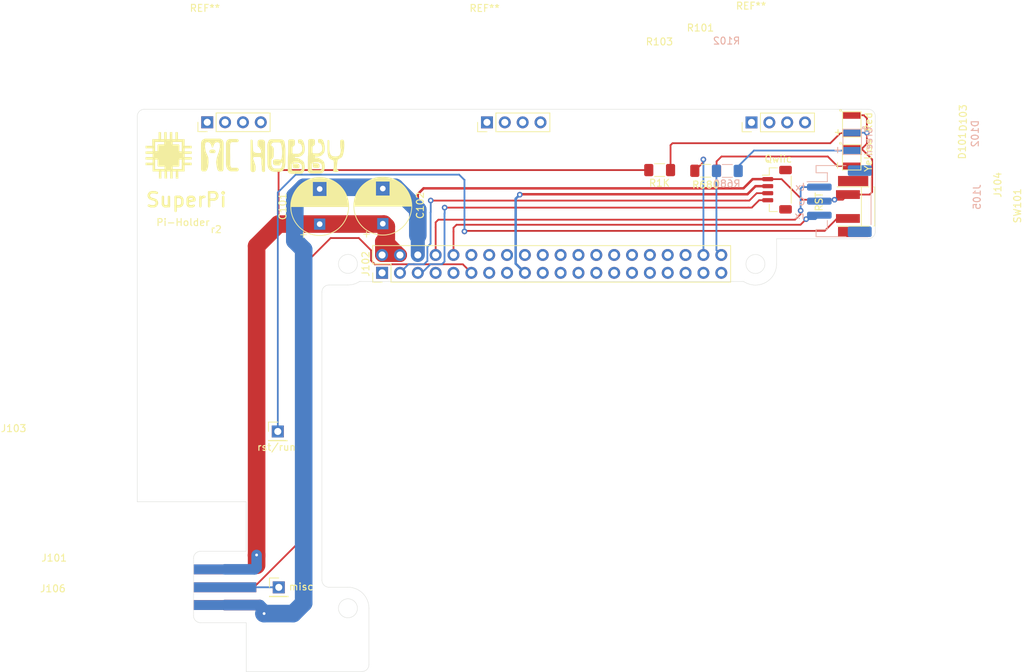
<source format=kicad_pcb>
(kicad_pcb (version 20171130) (host pcbnew 5.1.12-84ad8e8a86~92~ubuntu18.04.1)

  (general
    (thickness 1.6)
    (drawings 74)
    (tracks 167)
    (zones 0)
    (modules 20)
    (nets 45)
  )

  (page A4)
  (layers
    (0 F.Cu signal)
    (31 B.Cu signal)
    (32 B.Adhes user)
    (33 F.Adhes user)
    (34 B.Paste user)
    (35 F.Paste user)
    (36 B.SilkS user)
    (37 F.SilkS user)
    (38 B.Mask user)
    (39 F.Mask user)
    (40 Dwgs.User user)
    (41 Cmts.User user)
    (42 Eco1.User user)
    (43 Eco2.User user)
    (44 Edge.Cuts user)
    (45 Margin user)
    (46 B.CrtYd user)
    (47 F.CrtYd user)
    (48 B.Fab user)
    (49 F.Fab user)
  )

  (setup
    (last_trace_width 0.25)
    (trace_clearance 0.2)
    (zone_clearance 0.508)
    (zone_45_only no)
    (trace_min 0.2)
    (via_size 0.8)
    (via_drill 0.4)
    (via_min_size 0.4)
    (via_min_drill 0.3)
    (uvia_size 0.3)
    (uvia_drill 0.1)
    (uvias_allowed no)
    (uvia_min_size 0.2)
    (uvia_min_drill 0.1)
    (edge_width 0.05)
    (segment_width 0.2)
    (pcb_text_width 0.3)
    (pcb_text_size 1.5 1.5)
    (mod_edge_width 0.12)
    (mod_text_size 1 1)
    (mod_text_width 0.15)
    (pad_size 1.524 1.524)
    (pad_drill 0.762)
    (pad_to_mask_clearance 0)
    (aux_axis_origin 0 0)
    (visible_elements FFFFFF7F)
    (pcbplotparams
      (layerselection 0x010fc_ffffffff)
      (usegerberextensions false)
      (usegerberattributes true)
      (usegerberadvancedattributes true)
      (creategerberjobfile true)
      (excludeedgelayer true)
      (linewidth 0.100000)
      (plotframeref false)
      (viasonmask false)
      (mode 1)
      (useauxorigin false)
      (hpglpennumber 1)
      (hpglpenspeed 20)
      (hpglpendiameter 15.000000)
      (psnegative false)
      (psa4output false)
      (plotreference true)
      (plotvalue true)
      (plotinvisibletext false)
      (padsonsilk false)
      (subtractmaskfromsilk false)
      (outputformat 1)
      (mirror false)
      (drillshape 0)
      (scaleselection 1)
      (outputdirectory "v002"))
  )

  (net 0 "")
  (net 1 "Net-(D101-Pad2)")
  (net 2 GND)
  (net 3 "Net-(D102-Pad2)")
  (net 4 "Net-(D103-Pad2)")
  (net 5 +5V)
  (net 6 /misc)
  (net 7 /panic)
  (net 8 /gp21)
  (net 9 /gp20)
  (net 10 +3V3)
  (net 11 /rxd)
  (net 12 /txd)
  (net 13 /scl)
  (net 14 /sda)
  (net 15 "Net-(J102-Pad1)")
  (net 16 "Net-(J103-Pad1)")
  (net 17 "Net-(J102-Pad39)")
  (net 18 "Net-(J102-Pad37)")
  (net 19 "Net-(J102-Pad36)")
  (net 20 "Net-(J102-Pad35)")
  (net 21 "Net-(J102-Pad34)")
  (net 22 "Net-(J102-Pad33)")
  (net 23 "Net-(J102-Pad32)")
  (net 24 "Net-(J102-Pad31)")
  (net 25 "Net-(J102-Pad30)")
  (net 26 "Net-(J102-Pad29)")
  (net 27 "Net-(J102-Pad28)")
  (net 28 "Net-(J102-Pad27)")
  (net 29 "Net-(J102-Pad26)")
  (net 30 "Net-(J102-Pad24)")
  (net 31 "Net-(J102-Pad23)")
  (net 32 "Net-(J102-Pad22)")
  (net 33 "Net-(J102-Pad21)")
  (net 34 "Net-(J102-Pad19)")
  (net 35 "Net-(J102-Pad18)")
  (net 36 "Net-(J102-Pad16)")
  (net 37 "Net-(J102-Pad15)")
  (net 38 "Net-(J102-Pad13)")
  (net 39 "Net-(J102-Pad12)")
  (net 40 "Net-(J102-Pad7)")
  (net 41 "Net-(J102-Pad20)")
  (net 42 "Net-(J102-Pad14)")
  (net 43 "Net-(J102-Pad25)")
  (net 44 "Net-(J102-Pad9)")

  (net_class Default "This is the default net class."
    (clearance 0.2)
    (trace_width 0.25)
    (via_dia 0.8)
    (via_drill 0.4)
    (uvia_dia 0.3)
    (uvia_drill 0.1)
    (add_net +3V3)
    (add_net +5V)
    (add_net /gp20)
    (add_net /gp21)
    (add_net /misc)
    (add_net /panic)
    (add_net /rxd)
    (add_net /scl)
    (add_net /sda)
    (add_net /txd)
    (add_net GND)
    (add_net "Net-(D101-Pad2)")
    (add_net "Net-(D102-Pad2)")
    (add_net "Net-(D103-Pad2)")
    (add_net "Net-(J102-Pad1)")
    (add_net "Net-(J102-Pad12)")
    (add_net "Net-(J102-Pad13)")
    (add_net "Net-(J102-Pad14)")
    (add_net "Net-(J102-Pad15)")
    (add_net "Net-(J102-Pad16)")
    (add_net "Net-(J102-Pad18)")
    (add_net "Net-(J102-Pad19)")
    (add_net "Net-(J102-Pad20)")
    (add_net "Net-(J102-Pad21)")
    (add_net "Net-(J102-Pad22)")
    (add_net "Net-(J102-Pad23)")
    (add_net "Net-(J102-Pad24)")
    (add_net "Net-(J102-Pad25)")
    (add_net "Net-(J102-Pad26)")
    (add_net "Net-(J102-Pad27)")
    (add_net "Net-(J102-Pad28)")
    (add_net "Net-(J102-Pad29)")
    (add_net "Net-(J102-Pad30)")
    (add_net "Net-(J102-Pad31)")
    (add_net "Net-(J102-Pad32)")
    (add_net "Net-(J102-Pad33)")
    (add_net "Net-(J102-Pad34)")
    (add_net "Net-(J102-Pad35)")
    (add_net "Net-(J102-Pad36)")
    (add_net "Net-(J102-Pad37)")
    (add_net "Net-(J102-Pad39)")
    (add_net "Net-(J102-Pad7)")
    (add_net "Net-(J102-Pad9)")
    (add_net "Net-(J103-Pad1)")
  )

  (module Capacitor_THT:CP_Radial_D8.0mm_P5.00mm (layer F.Cu) (tedit 5AE50EF0) (tstamp 65D15889)
    (at 94.98 46.19 90)
    (descr "CP, Radial series, Radial, pin pitch=5.00mm, , diameter=8mm, Electrolytic Capacitor")
    (tags "CP Radial series Radial pin pitch 5.00mm  diameter 8mm Electrolytic Capacitor")
    (path /65D178DA)
    (fp_text reference C102 (at 2.6 5.32 90) (layer F.SilkS)
      (effects (font (size 1 1) (thickness 0.15)))
    )
    (fp_text value CP (at 2.5 5.25 90) (layer F.Fab)
      (effects (font (size 1 1) (thickness 0.15)))
    )
    (fp_text user %R (at 2.5 0 90) (layer F.Fab)
      (effects (font (size 1 1) (thickness 0.15)))
    )
    (fp_circle (center 2.5 0) (end 6.5 0) (layer F.Fab) (width 0.1))
    (fp_circle (center 2.5 0) (end 6.62 0) (layer F.SilkS) (width 0.12))
    (fp_circle (center 2.5 0) (end 6.75 0) (layer F.CrtYd) (width 0.05))
    (fp_line (start -0.926759 -1.7475) (end -0.126759 -1.7475) (layer F.Fab) (width 0.1))
    (fp_line (start -0.526759 -2.1475) (end -0.526759 -1.3475) (layer F.Fab) (width 0.1))
    (fp_line (start 2.5 -4.08) (end 2.5 4.08) (layer F.SilkS) (width 0.12))
    (fp_line (start 2.54 -4.08) (end 2.54 4.08) (layer F.SilkS) (width 0.12))
    (fp_line (start 2.58 -4.08) (end 2.58 4.08) (layer F.SilkS) (width 0.12))
    (fp_line (start 2.62 -4.079) (end 2.62 4.079) (layer F.SilkS) (width 0.12))
    (fp_line (start 2.66 -4.077) (end 2.66 4.077) (layer F.SilkS) (width 0.12))
    (fp_line (start 2.7 -4.076) (end 2.7 4.076) (layer F.SilkS) (width 0.12))
    (fp_line (start 2.74 -4.074) (end 2.74 4.074) (layer F.SilkS) (width 0.12))
    (fp_line (start 2.78 -4.071) (end 2.78 4.071) (layer F.SilkS) (width 0.12))
    (fp_line (start 2.82 -4.068) (end 2.82 4.068) (layer F.SilkS) (width 0.12))
    (fp_line (start 2.86 -4.065) (end 2.86 4.065) (layer F.SilkS) (width 0.12))
    (fp_line (start 2.9 -4.061) (end 2.9 4.061) (layer F.SilkS) (width 0.12))
    (fp_line (start 2.94 -4.057) (end 2.94 4.057) (layer F.SilkS) (width 0.12))
    (fp_line (start 2.98 -4.052) (end 2.98 4.052) (layer F.SilkS) (width 0.12))
    (fp_line (start 3.02 -4.048) (end 3.02 4.048) (layer F.SilkS) (width 0.12))
    (fp_line (start 3.06 -4.042) (end 3.06 4.042) (layer F.SilkS) (width 0.12))
    (fp_line (start 3.1 -4.037) (end 3.1 4.037) (layer F.SilkS) (width 0.12))
    (fp_line (start 3.14 -4.03) (end 3.14 4.03) (layer F.SilkS) (width 0.12))
    (fp_line (start 3.18 -4.024) (end 3.18 4.024) (layer F.SilkS) (width 0.12))
    (fp_line (start 3.221 -4.017) (end 3.221 4.017) (layer F.SilkS) (width 0.12))
    (fp_line (start 3.261 -4.01) (end 3.261 4.01) (layer F.SilkS) (width 0.12))
    (fp_line (start 3.301 -4.002) (end 3.301 4.002) (layer F.SilkS) (width 0.12))
    (fp_line (start 3.341 -3.994) (end 3.341 3.994) (layer F.SilkS) (width 0.12))
    (fp_line (start 3.381 -3.985) (end 3.381 3.985) (layer F.SilkS) (width 0.12))
    (fp_line (start 3.421 -3.976) (end 3.421 3.976) (layer F.SilkS) (width 0.12))
    (fp_line (start 3.461 -3.967) (end 3.461 3.967) (layer F.SilkS) (width 0.12))
    (fp_line (start 3.501 -3.957) (end 3.501 3.957) (layer F.SilkS) (width 0.12))
    (fp_line (start 3.541 -3.947) (end 3.541 3.947) (layer F.SilkS) (width 0.12))
    (fp_line (start 3.581 -3.936) (end 3.581 3.936) (layer F.SilkS) (width 0.12))
    (fp_line (start 3.621 -3.925) (end 3.621 3.925) (layer F.SilkS) (width 0.12))
    (fp_line (start 3.661 -3.914) (end 3.661 3.914) (layer F.SilkS) (width 0.12))
    (fp_line (start 3.701 -3.902) (end 3.701 3.902) (layer F.SilkS) (width 0.12))
    (fp_line (start 3.741 -3.889) (end 3.741 3.889) (layer F.SilkS) (width 0.12))
    (fp_line (start 3.781 -3.877) (end 3.781 3.877) (layer F.SilkS) (width 0.12))
    (fp_line (start 3.821 -3.863) (end 3.821 3.863) (layer F.SilkS) (width 0.12))
    (fp_line (start 3.861 -3.85) (end 3.861 3.85) (layer F.SilkS) (width 0.12))
    (fp_line (start 3.901 -3.835) (end 3.901 3.835) (layer F.SilkS) (width 0.12))
    (fp_line (start 3.941 -3.821) (end 3.941 3.821) (layer F.SilkS) (width 0.12))
    (fp_line (start 3.981 -3.805) (end 3.981 -1.04) (layer F.SilkS) (width 0.12))
    (fp_line (start 3.981 1.04) (end 3.981 3.805) (layer F.SilkS) (width 0.12))
    (fp_line (start 4.021 -3.79) (end 4.021 -1.04) (layer F.SilkS) (width 0.12))
    (fp_line (start 4.021 1.04) (end 4.021 3.79) (layer F.SilkS) (width 0.12))
    (fp_line (start 4.061 -3.774) (end 4.061 -1.04) (layer F.SilkS) (width 0.12))
    (fp_line (start 4.061 1.04) (end 4.061 3.774) (layer F.SilkS) (width 0.12))
    (fp_line (start 4.101 -3.757) (end 4.101 -1.04) (layer F.SilkS) (width 0.12))
    (fp_line (start 4.101 1.04) (end 4.101 3.757) (layer F.SilkS) (width 0.12))
    (fp_line (start 4.141 -3.74) (end 4.141 -1.04) (layer F.SilkS) (width 0.12))
    (fp_line (start 4.141 1.04) (end 4.141 3.74) (layer F.SilkS) (width 0.12))
    (fp_line (start 4.181 -3.722) (end 4.181 -1.04) (layer F.SilkS) (width 0.12))
    (fp_line (start 4.181 1.04) (end 4.181 3.722) (layer F.SilkS) (width 0.12))
    (fp_line (start 4.221 -3.704) (end 4.221 -1.04) (layer F.SilkS) (width 0.12))
    (fp_line (start 4.221 1.04) (end 4.221 3.704) (layer F.SilkS) (width 0.12))
    (fp_line (start 4.261 -3.686) (end 4.261 -1.04) (layer F.SilkS) (width 0.12))
    (fp_line (start 4.261 1.04) (end 4.261 3.686) (layer F.SilkS) (width 0.12))
    (fp_line (start 4.301 -3.666) (end 4.301 -1.04) (layer F.SilkS) (width 0.12))
    (fp_line (start 4.301 1.04) (end 4.301 3.666) (layer F.SilkS) (width 0.12))
    (fp_line (start 4.341 -3.647) (end 4.341 -1.04) (layer F.SilkS) (width 0.12))
    (fp_line (start 4.341 1.04) (end 4.341 3.647) (layer F.SilkS) (width 0.12))
    (fp_line (start 4.381 -3.627) (end 4.381 -1.04) (layer F.SilkS) (width 0.12))
    (fp_line (start 4.381 1.04) (end 4.381 3.627) (layer F.SilkS) (width 0.12))
    (fp_line (start 4.421 -3.606) (end 4.421 -1.04) (layer F.SilkS) (width 0.12))
    (fp_line (start 4.421 1.04) (end 4.421 3.606) (layer F.SilkS) (width 0.12))
    (fp_line (start 4.461 -3.584) (end 4.461 -1.04) (layer F.SilkS) (width 0.12))
    (fp_line (start 4.461 1.04) (end 4.461 3.584) (layer F.SilkS) (width 0.12))
    (fp_line (start 4.501 -3.562) (end 4.501 -1.04) (layer F.SilkS) (width 0.12))
    (fp_line (start 4.501 1.04) (end 4.501 3.562) (layer F.SilkS) (width 0.12))
    (fp_line (start 4.541 -3.54) (end 4.541 -1.04) (layer F.SilkS) (width 0.12))
    (fp_line (start 4.541 1.04) (end 4.541 3.54) (layer F.SilkS) (width 0.12))
    (fp_line (start 4.581 -3.517) (end 4.581 -1.04) (layer F.SilkS) (width 0.12))
    (fp_line (start 4.581 1.04) (end 4.581 3.517) (layer F.SilkS) (width 0.12))
    (fp_line (start 4.621 -3.493) (end 4.621 -1.04) (layer F.SilkS) (width 0.12))
    (fp_line (start 4.621 1.04) (end 4.621 3.493) (layer F.SilkS) (width 0.12))
    (fp_line (start 4.661 -3.469) (end 4.661 -1.04) (layer F.SilkS) (width 0.12))
    (fp_line (start 4.661 1.04) (end 4.661 3.469) (layer F.SilkS) (width 0.12))
    (fp_line (start 4.701 -3.444) (end 4.701 -1.04) (layer F.SilkS) (width 0.12))
    (fp_line (start 4.701 1.04) (end 4.701 3.444) (layer F.SilkS) (width 0.12))
    (fp_line (start 4.741 -3.418) (end 4.741 -1.04) (layer F.SilkS) (width 0.12))
    (fp_line (start 4.741 1.04) (end 4.741 3.418) (layer F.SilkS) (width 0.12))
    (fp_line (start 4.781 -3.392) (end 4.781 -1.04) (layer F.SilkS) (width 0.12))
    (fp_line (start 4.781 1.04) (end 4.781 3.392) (layer F.SilkS) (width 0.12))
    (fp_line (start 4.821 -3.365) (end 4.821 -1.04) (layer F.SilkS) (width 0.12))
    (fp_line (start 4.821 1.04) (end 4.821 3.365) (layer F.SilkS) (width 0.12))
    (fp_line (start 4.861 -3.338) (end 4.861 -1.04) (layer F.SilkS) (width 0.12))
    (fp_line (start 4.861 1.04) (end 4.861 3.338) (layer F.SilkS) (width 0.12))
    (fp_line (start 4.901 -3.309) (end 4.901 -1.04) (layer F.SilkS) (width 0.12))
    (fp_line (start 4.901 1.04) (end 4.901 3.309) (layer F.SilkS) (width 0.12))
    (fp_line (start 4.941 -3.28) (end 4.941 -1.04) (layer F.SilkS) (width 0.12))
    (fp_line (start 4.941 1.04) (end 4.941 3.28) (layer F.SilkS) (width 0.12))
    (fp_line (start 4.981 -3.25) (end 4.981 -1.04) (layer F.SilkS) (width 0.12))
    (fp_line (start 4.981 1.04) (end 4.981 3.25) (layer F.SilkS) (width 0.12))
    (fp_line (start 5.021 -3.22) (end 5.021 -1.04) (layer F.SilkS) (width 0.12))
    (fp_line (start 5.021 1.04) (end 5.021 3.22) (layer F.SilkS) (width 0.12))
    (fp_line (start 5.061 -3.189) (end 5.061 -1.04) (layer F.SilkS) (width 0.12))
    (fp_line (start 5.061 1.04) (end 5.061 3.189) (layer F.SilkS) (width 0.12))
    (fp_line (start 5.101 -3.156) (end 5.101 -1.04) (layer F.SilkS) (width 0.12))
    (fp_line (start 5.101 1.04) (end 5.101 3.156) (layer F.SilkS) (width 0.12))
    (fp_line (start 5.141 -3.124) (end 5.141 -1.04) (layer F.SilkS) (width 0.12))
    (fp_line (start 5.141 1.04) (end 5.141 3.124) (layer F.SilkS) (width 0.12))
    (fp_line (start 5.181 -3.09) (end 5.181 -1.04) (layer F.SilkS) (width 0.12))
    (fp_line (start 5.181 1.04) (end 5.181 3.09) (layer F.SilkS) (width 0.12))
    (fp_line (start 5.221 -3.055) (end 5.221 -1.04) (layer F.SilkS) (width 0.12))
    (fp_line (start 5.221 1.04) (end 5.221 3.055) (layer F.SilkS) (width 0.12))
    (fp_line (start 5.261 -3.019) (end 5.261 -1.04) (layer F.SilkS) (width 0.12))
    (fp_line (start 5.261 1.04) (end 5.261 3.019) (layer F.SilkS) (width 0.12))
    (fp_line (start 5.301 -2.983) (end 5.301 -1.04) (layer F.SilkS) (width 0.12))
    (fp_line (start 5.301 1.04) (end 5.301 2.983) (layer F.SilkS) (width 0.12))
    (fp_line (start 5.341 -2.945) (end 5.341 -1.04) (layer F.SilkS) (width 0.12))
    (fp_line (start 5.341 1.04) (end 5.341 2.945) (layer F.SilkS) (width 0.12))
    (fp_line (start 5.381 -2.907) (end 5.381 -1.04) (layer F.SilkS) (width 0.12))
    (fp_line (start 5.381 1.04) (end 5.381 2.907) (layer F.SilkS) (width 0.12))
    (fp_line (start 5.421 -2.867) (end 5.421 -1.04) (layer F.SilkS) (width 0.12))
    (fp_line (start 5.421 1.04) (end 5.421 2.867) (layer F.SilkS) (width 0.12))
    (fp_line (start 5.461 -2.826) (end 5.461 -1.04) (layer F.SilkS) (width 0.12))
    (fp_line (start 5.461 1.04) (end 5.461 2.826) (layer F.SilkS) (width 0.12))
    (fp_line (start 5.501 -2.784) (end 5.501 -1.04) (layer F.SilkS) (width 0.12))
    (fp_line (start 5.501 1.04) (end 5.501 2.784) (layer F.SilkS) (width 0.12))
    (fp_line (start 5.541 -2.741) (end 5.541 -1.04) (layer F.SilkS) (width 0.12))
    (fp_line (start 5.541 1.04) (end 5.541 2.741) (layer F.SilkS) (width 0.12))
    (fp_line (start 5.581 -2.697) (end 5.581 -1.04) (layer F.SilkS) (width 0.12))
    (fp_line (start 5.581 1.04) (end 5.581 2.697) (layer F.SilkS) (width 0.12))
    (fp_line (start 5.621 -2.651) (end 5.621 -1.04) (layer F.SilkS) (width 0.12))
    (fp_line (start 5.621 1.04) (end 5.621 2.651) (layer F.SilkS) (width 0.12))
    (fp_line (start 5.661 -2.604) (end 5.661 -1.04) (layer F.SilkS) (width 0.12))
    (fp_line (start 5.661 1.04) (end 5.661 2.604) (layer F.SilkS) (width 0.12))
    (fp_line (start 5.701 -2.556) (end 5.701 -1.04) (layer F.SilkS) (width 0.12))
    (fp_line (start 5.701 1.04) (end 5.701 2.556) (layer F.SilkS) (width 0.12))
    (fp_line (start 5.741 -2.505) (end 5.741 -1.04) (layer F.SilkS) (width 0.12))
    (fp_line (start 5.741 1.04) (end 5.741 2.505) (layer F.SilkS) (width 0.12))
    (fp_line (start 5.781 -2.454) (end 5.781 -1.04) (layer F.SilkS) (width 0.12))
    (fp_line (start 5.781 1.04) (end 5.781 2.454) (layer F.SilkS) (width 0.12))
    (fp_line (start 5.821 -2.4) (end 5.821 -1.04) (layer F.SilkS) (width 0.12))
    (fp_line (start 5.821 1.04) (end 5.821 2.4) (layer F.SilkS) (width 0.12))
    (fp_line (start 5.861 -2.345) (end 5.861 -1.04) (layer F.SilkS) (width 0.12))
    (fp_line (start 5.861 1.04) (end 5.861 2.345) (layer F.SilkS) (width 0.12))
    (fp_line (start 5.901 -2.287) (end 5.901 -1.04) (layer F.SilkS) (width 0.12))
    (fp_line (start 5.901 1.04) (end 5.901 2.287) (layer F.SilkS) (width 0.12))
    (fp_line (start 5.941 -2.228) (end 5.941 -1.04) (layer F.SilkS) (width 0.12))
    (fp_line (start 5.941 1.04) (end 5.941 2.228) (layer F.SilkS) (width 0.12))
    (fp_line (start 5.981 -2.166) (end 5.981 -1.04) (layer F.SilkS) (width 0.12))
    (fp_line (start 5.981 1.04) (end 5.981 2.166) (layer F.SilkS) (width 0.12))
    (fp_line (start 6.021 -2.102) (end 6.021 -1.04) (layer F.SilkS) (width 0.12))
    (fp_line (start 6.021 1.04) (end 6.021 2.102) (layer F.SilkS) (width 0.12))
    (fp_line (start 6.061 -2.034) (end 6.061 2.034) (layer F.SilkS) (width 0.12))
    (fp_line (start 6.101 -1.964) (end 6.101 1.964) (layer F.SilkS) (width 0.12))
    (fp_line (start 6.141 -1.89) (end 6.141 1.89) (layer F.SilkS) (width 0.12))
    (fp_line (start 6.181 -1.813) (end 6.181 1.813) (layer F.SilkS) (width 0.12))
    (fp_line (start 6.221 -1.731) (end 6.221 1.731) (layer F.SilkS) (width 0.12))
    (fp_line (start 6.261 -1.645) (end 6.261 1.645) (layer F.SilkS) (width 0.12))
    (fp_line (start 6.301 -1.552) (end 6.301 1.552) (layer F.SilkS) (width 0.12))
    (fp_line (start 6.341 -1.453) (end 6.341 1.453) (layer F.SilkS) (width 0.12))
    (fp_line (start 6.381 -1.346) (end 6.381 1.346) (layer F.SilkS) (width 0.12))
    (fp_line (start 6.421 -1.229) (end 6.421 1.229) (layer F.SilkS) (width 0.12))
    (fp_line (start 6.461 -1.098) (end 6.461 1.098) (layer F.SilkS) (width 0.12))
    (fp_line (start 6.501 -0.948) (end 6.501 0.948) (layer F.SilkS) (width 0.12))
    (fp_line (start 6.541 -0.768) (end 6.541 0.768) (layer F.SilkS) (width 0.12))
    (fp_line (start 6.581 -0.533) (end 6.581 0.533) (layer F.SilkS) (width 0.12))
    (fp_line (start -1.909698 -2.315) (end -1.109698 -2.315) (layer F.SilkS) (width 0.12))
    (fp_line (start -1.509698 -2.715) (end -1.509698 -1.915) (layer F.SilkS) (width 0.12))
    (pad 2 thru_hole circle (at 5 0 90) (size 1.6 1.6) (drill 0.8) (layers *.Cu *.Mask)
      (net 2 GND))
    (pad 1 thru_hole rect (at 0 0 90) (size 1.6 1.6) (drill 0.8) (layers *.Cu *.Mask)
      (net 5 +5V))
    (model ${KISYS3DMOD}/Capacitor_THT.3dshapes/CP_Radial_D8.0mm_P5.00mm.wrl
      (at (xyz 0 0 0))
      (scale (xyz 1 1 1))
      (rotate (xyz 0 0 0))
    )
  )

  (module Capacitor_THT:CP_Radial_D8.0mm_P5.00mm (layer F.Cu) (tedit 5AE50EF0) (tstamp 65D14D76)
    (at 86 46.25 90)
    (descr "CP, Radial series, Radial, pin pitch=5.00mm, , diameter=8mm, Electrolytic Capacitor")
    (tags "CP Radial series Radial pin pitch 5.00mm  diameter 8mm Electrolytic Capacitor")
    (path /65D16862)
    (fp_text reference C101 (at 2.5 -5.25 90) (layer F.SilkS)
      (effects (font (size 1 1) (thickness 0.15)))
    )
    (fp_text value CP (at 2.5 5.25 90) (layer F.Fab)
      (effects (font (size 1 1) (thickness 0.15)))
    )
    (fp_text user %R (at 2.5 0 90) (layer F.Fab)
      (effects (font (size 1 1) (thickness 0.15)))
    )
    (fp_circle (center 2.5 0) (end 6.5 0) (layer F.Fab) (width 0.1))
    (fp_circle (center 2.5 0) (end 6.62 0) (layer F.SilkS) (width 0.12))
    (fp_circle (center 2.5 0) (end 6.75 0) (layer F.CrtYd) (width 0.05))
    (fp_line (start -0.926759 -1.7475) (end -0.126759 -1.7475) (layer F.Fab) (width 0.1))
    (fp_line (start -0.526759 -2.1475) (end -0.526759 -1.3475) (layer F.Fab) (width 0.1))
    (fp_line (start 2.5 -4.08) (end 2.5 4.08) (layer F.SilkS) (width 0.12))
    (fp_line (start 2.54 -4.08) (end 2.54 4.08) (layer F.SilkS) (width 0.12))
    (fp_line (start 2.58 -4.08) (end 2.58 4.08) (layer F.SilkS) (width 0.12))
    (fp_line (start 2.62 -4.079) (end 2.62 4.079) (layer F.SilkS) (width 0.12))
    (fp_line (start 2.66 -4.077) (end 2.66 4.077) (layer F.SilkS) (width 0.12))
    (fp_line (start 2.7 -4.076) (end 2.7 4.076) (layer F.SilkS) (width 0.12))
    (fp_line (start 2.74 -4.074) (end 2.74 4.074) (layer F.SilkS) (width 0.12))
    (fp_line (start 2.78 -4.071) (end 2.78 4.071) (layer F.SilkS) (width 0.12))
    (fp_line (start 2.82 -4.068) (end 2.82 4.068) (layer F.SilkS) (width 0.12))
    (fp_line (start 2.86 -4.065) (end 2.86 4.065) (layer F.SilkS) (width 0.12))
    (fp_line (start 2.9 -4.061) (end 2.9 4.061) (layer F.SilkS) (width 0.12))
    (fp_line (start 2.94 -4.057) (end 2.94 4.057) (layer F.SilkS) (width 0.12))
    (fp_line (start 2.98 -4.052) (end 2.98 4.052) (layer F.SilkS) (width 0.12))
    (fp_line (start 3.02 -4.048) (end 3.02 4.048) (layer F.SilkS) (width 0.12))
    (fp_line (start 3.06 -4.042) (end 3.06 4.042) (layer F.SilkS) (width 0.12))
    (fp_line (start 3.1 -4.037) (end 3.1 4.037) (layer F.SilkS) (width 0.12))
    (fp_line (start 3.14 -4.03) (end 3.14 4.03) (layer F.SilkS) (width 0.12))
    (fp_line (start 3.18 -4.024) (end 3.18 4.024) (layer F.SilkS) (width 0.12))
    (fp_line (start 3.221 -4.017) (end 3.221 4.017) (layer F.SilkS) (width 0.12))
    (fp_line (start 3.261 -4.01) (end 3.261 4.01) (layer F.SilkS) (width 0.12))
    (fp_line (start 3.301 -4.002) (end 3.301 4.002) (layer F.SilkS) (width 0.12))
    (fp_line (start 3.341 -3.994) (end 3.341 3.994) (layer F.SilkS) (width 0.12))
    (fp_line (start 3.381 -3.985) (end 3.381 3.985) (layer F.SilkS) (width 0.12))
    (fp_line (start 3.421 -3.976) (end 3.421 3.976) (layer F.SilkS) (width 0.12))
    (fp_line (start 3.461 -3.967) (end 3.461 3.967) (layer F.SilkS) (width 0.12))
    (fp_line (start 3.501 -3.957) (end 3.501 3.957) (layer F.SilkS) (width 0.12))
    (fp_line (start 3.541 -3.947) (end 3.541 3.947) (layer F.SilkS) (width 0.12))
    (fp_line (start 3.581 -3.936) (end 3.581 3.936) (layer F.SilkS) (width 0.12))
    (fp_line (start 3.621 -3.925) (end 3.621 3.925) (layer F.SilkS) (width 0.12))
    (fp_line (start 3.661 -3.914) (end 3.661 3.914) (layer F.SilkS) (width 0.12))
    (fp_line (start 3.701 -3.902) (end 3.701 3.902) (layer F.SilkS) (width 0.12))
    (fp_line (start 3.741 -3.889) (end 3.741 3.889) (layer F.SilkS) (width 0.12))
    (fp_line (start 3.781 -3.877) (end 3.781 3.877) (layer F.SilkS) (width 0.12))
    (fp_line (start 3.821 -3.863) (end 3.821 3.863) (layer F.SilkS) (width 0.12))
    (fp_line (start 3.861 -3.85) (end 3.861 3.85) (layer F.SilkS) (width 0.12))
    (fp_line (start 3.901 -3.835) (end 3.901 3.835) (layer F.SilkS) (width 0.12))
    (fp_line (start 3.941 -3.821) (end 3.941 3.821) (layer F.SilkS) (width 0.12))
    (fp_line (start 3.981 -3.805) (end 3.981 -1.04) (layer F.SilkS) (width 0.12))
    (fp_line (start 3.981 1.04) (end 3.981 3.805) (layer F.SilkS) (width 0.12))
    (fp_line (start 4.021 -3.79) (end 4.021 -1.04) (layer F.SilkS) (width 0.12))
    (fp_line (start 4.021 1.04) (end 4.021 3.79) (layer F.SilkS) (width 0.12))
    (fp_line (start 4.061 -3.774) (end 4.061 -1.04) (layer F.SilkS) (width 0.12))
    (fp_line (start 4.061 1.04) (end 4.061 3.774) (layer F.SilkS) (width 0.12))
    (fp_line (start 4.101 -3.757) (end 4.101 -1.04) (layer F.SilkS) (width 0.12))
    (fp_line (start 4.101 1.04) (end 4.101 3.757) (layer F.SilkS) (width 0.12))
    (fp_line (start 4.141 -3.74) (end 4.141 -1.04) (layer F.SilkS) (width 0.12))
    (fp_line (start 4.141 1.04) (end 4.141 3.74) (layer F.SilkS) (width 0.12))
    (fp_line (start 4.181 -3.722) (end 4.181 -1.04) (layer F.SilkS) (width 0.12))
    (fp_line (start 4.181 1.04) (end 4.181 3.722) (layer F.SilkS) (width 0.12))
    (fp_line (start 4.221 -3.704) (end 4.221 -1.04) (layer F.SilkS) (width 0.12))
    (fp_line (start 4.221 1.04) (end 4.221 3.704) (layer F.SilkS) (width 0.12))
    (fp_line (start 4.261 -3.686) (end 4.261 -1.04) (layer F.SilkS) (width 0.12))
    (fp_line (start 4.261 1.04) (end 4.261 3.686) (layer F.SilkS) (width 0.12))
    (fp_line (start 4.301 -3.666) (end 4.301 -1.04) (layer F.SilkS) (width 0.12))
    (fp_line (start 4.301 1.04) (end 4.301 3.666) (layer F.SilkS) (width 0.12))
    (fp_line (start 4.341 -3.647) (end 4.341 -1.04) (layer F.SilkS) (width 0.12))
    (fp_line (start 4.341 1.04) (end 4.341 3.647) (layer F.SilkS) (width 0.12))
    (fp_line (start 4.381 -3.627) (end 4.381 -1.04) (layer F.SilkS) (width 0.12))
    (fp_line (start 4.381 1.04) (end 4.381 3.627) (layer F.SilkS) (width 0.12))
    (fp_line (start 4.421 -3.606) (end 4.421 -1.04) (layer F.SilkS) (width 0.12))
    (fp_line (start 4.421 1.04) (end 4.421 3.606) (layer F.SilkS) (width 0.12))
    (fp_line (start 4.461 -3.584) (end 4.461 -1.04) (layer F.SilkS) (width 0.12))
    (fp_line (start 4.461 1.04) (end 4.461 3.584) (layer F.SilkS) (width 0.12))
    (fp_line (start 4.501 -3.562) (end 4.501 -1.04) (layer F.SilkS) (width 0.12))
    (fp_line (start 4.501 1.04) (end 4.501 3.562) (layer F.SilkS) (width 0.12))
    (fp_line (start 4.541 -3.54) (end 4.541 -1.04) (layer F.SilkS) (width 0.12))
    (fp_line (start 4.541 1.04) (end 4.541 3.54) (layer F.SilkS) (width 0.12))
    (fp_line (start 4.581 -3.517) (end 4.581 -1.04) (layer F.SilkS) (width 0.12))
    (fp_line (start 4.581 1.04) (end 4.581 3.517) (layer F.SilkS) (width 0.12))
    (fp_line (start 4.621 -3.493) (end 4.621 -1.04) (layer F.SilkS) (width 0.12))
    (fp_line (start 4.621 1.04) (end 4.621 3.493) (layer F.SilkS) (width 0.12))
    (fp_line (start 4.661 -3.469) (end 4.661 -1.04) (layer F.SilkS) (width 0.12))
    (fp_line (start 4.661 1.04) (end 4.661 3.469) (layer F.SilkS) (width 0.12))
    (fp_line (start 4.701 -3.444) (end 4.701 -1.04) (layer F.SilkS) (width 0.12))
    (fp_line (start 4.701 1.04) (end 4.701 3.444) (layer F.SilkS) (width 0.12))
    (fp_line (start 4.741 -3.418) (end 4.741 -1.04) (layer F.SilkS) (width 0.12))
    (fp_line (start 4.741 1.04) (end 4.741 3.418) (layer F.SilkS) (width 0.12))
    (fp_line (start 4.781 -3.392) (end 4.781 -1.04) (layer F.SilkS) (width 0.12))
    (fp_line (start 4.781 1.04) (end 4.781 3.392) (layer F.SilkS) (width 0.12))
    (fp_line (start 4.821 -3.365) (end 4.821 -1.04) (layer F.SilkS) (width 0.12))
    (fp_line (start 4.821 1.04) (end 4.821 3.365) (layer F.SilkS) (width 0.12))
    (fp_line (start 4.861 -3.338) (end 4.861 -1.04) (layer F.SilkS) (width 0.12))
    (fp_line (start 4.861 1.04) (end 4.861 3.338) (layer F.SilkS) (width 0.12))
    (fp_line (start 4.901 -3.309) (end 4.901 -1.04) (layer F.SilkS) (width 0.12))
    (fp_line (start 4.901 1.04) (end 4.901 3.309) (layer F.SilkS) (width 0.12))
    (fp_line (start 4.941 -3.28) (end 4.941 -1.04) (layer F.SilkS) (width 0.12))
    (fp_line (start 4.941 1.04) (end 4.941 3.28) (layer F.SilkS) (width 0.12))
    (fp_line (start 4.981 -3.25) (end 4.981 -1.04) (layer F.SilkS) (width 0.12))
    (fp_line (start 4.981 1.04) (end 4.981 3.25) (layer F.SilkS) (width 0.12))
    (fp_line (start 5.021 -3.22) (end 5.021 -1.04) (layer F.SilkS) (width 0.12))
    (fp_line (start 5.021 1.04) (end 5.021 3.22) (layer F.SilkS) (width 0.12))
    (fp_line (start 5.061 -3.189) (end 5.061 -1.04) (layer F.SilkS) (width 0.12))
    (fp_line (start 5.061 1.04) (end 5.061 3.189) (layer F.SilkS) (width 0.12))
    (fp_line (start 5.101 -3.156) (end 5.101 -1.04) (layer F.SilkS) (width 0.12))
    (fp_line (start 5.101 1.04) (end 5.101 3.156) (layer F.SilkS) (width 0.12))
    (fp_line (start 5.141 -3.124) (end 5.141 -1.04) (layer F.SilkS) (width 0.12))
    (fp_line (start 5.141 1.04) (end 5.141 3.124) (layer F.SilkS) (width 0.12))
    (fp_line (start 5.181 -3.09) (end 5.181 -1.04) (layer F.SilkS) (width 0.12))
    (fp_line (start 5.181 1.04) (end 5.181 3.09) (layer F.SilkS) (width 0.12))
    (fp_line (start 5.221 -3.055) (end 5.221 -1.04) (layer F.SilkS) (width 0.12))
    (fp_line (start 5.221 1.04) (end 5.221 3.055) (layer F.SilkS) (width 0.12))
    (fp_line (start 5.261 -3.019) (end 5.261 -1.04) (layer F.SilkS) (width 0.12))
    (fp_line (start 5.261 1.04) (end 5.261 3.019) (layer F.SilkS) (width 0.12))
    (fp_line (start 5.301 -2.983) (end 5.301 -1.04) (layer F.SilkS) (width 0.12))
    (fp_line (start 5.301 1.04) (end 5.301 2.983) (layer F.SilkS) (width 0.12))
    (fp_line (start 5.341 -2.945) (end 5.341 -1.04) (layer F.SilkS) (width 0.12))
    (fp_line (start 5.341 1.04) (end 5.341 2.945) (layer F.SilkS) (width 0.12))
    (fp_line (start 5.381 -2.907) (end 5.381 -1.04) (layer F.SilkS) (width 0.12))
    (fp_line (start 5.381 1.04) (end 5.381 2.907) (layer F.SilkS) (width 0.12))
    (fp_line (start 5.421 -2.867) (end 5.421 -1.04) (layer F.SilkS) (width 0.12))
    (fp_line (start 5.421 1.04) (end 5.421 2.867) (layer F.SilkS) (width 0.12))
    (fp_line (start 5.461 -2.826) (end 5.461 -1.04) (layer F.SilkS) (width 0.12))
    (fp_line (start 5.461 1.04) (end 5.461 2.826) (layer F.SilkS) (width 0.12))
    (fp_line (start 5.501 -2.784) (end 5.501 -1.04) (layer F.SilkS) (width 0.12))
    (fp_line (start 5.501 1.04) (end 5.501 2.784) (layer F.SilkS) (width 0.12))
    (fp_line (start 5.541 -2.741) (end 5.541 -1.04) (layer F.SilkS) (width 0.12))
    (fp_line (start 5.541 1.04) (end 5.541 2.741) (layer F.SilkS) (width 0.12))
    (fp_line (start 5.581 -2.697) (end 5.581 -1.04) (layer F.SilkS) (width 0.12))
    (fp_line (start 5.581 1.04) (end 5.581 2.697) (layer F.SilkS) (width 0.12))
    (fp_line (start 5.621 -2.651) (end 5.621 -1.04) (layer F.SilkS) (width 0.12))
    (fp_line (start 5.621 1.04) (end 5.621 2.651) (layer F.SilkS) (width 0.12))
    (fp_line (start 5.661 -2.604) (end 5.661 -1.04) (layer F.SilkS) (width 0.12))
    (fp_line (start 5.661 1.04) (end 5.661 2.604) (layer F.SilkS) (width 0.12))
    (fp_line (start 5.701 -2.556) (end 5.701 -1.04) (layer F.SilkS) (width 0.12))
    (fp_line (start 5.701 1.04) (end 5.701 2.556) (layer F.SilkS) (width 0.12))
    (fp_line (start 5.741 -2.505) (end 5.741 -1.04) (layer F.SilkS) (width 0.12))
    (fp_line (start 5.741 1.04) (end 5.741 2.505) (layer F.SilkS) (width 0.12))
    (fp_line (start 5.781 -2.454) (end 5.781 -1.04) (layer F.SilkS) (width 0.12))
    (fp_line (start 5.781 1.04) (end 5.781 2.454) (layer F.SilkS) (width 0.12))
    (fp_line (start 5.821 -2.4) (end 5.821 -1.04) (layer F.SilkS) (width 0.12))
    (fp_line (start 5.821 1.04) (end 5.821 2.4) (layer F.SilkS) (width 0.12))
    (fp_line (start 5.861 -2.345) (end 5.861 -1.04) (layer F.SilkS) (width 0.12))
    (fp_line (start 5.861 1.04) (end 5.861 2.345) (layer F.SilkS) (width 0.12))
    (fp_line (start 5.901 -2.287) (end 5.901 -1.04) (layer F.SilkS) (width 0.12))
    (fp_line (start 5.901 1.04) (end 5.901 2.287) (layer F.SilkS) (width 0.12))
    (fp_line (start 5.941 -2.228) (end 5.941 -1.04) (layer F.SilkS) (width 0.12))
    (fp_line (start 5.941 1.04) (end 5.941 2.228) (layer F.SilkS) (width 0.12))
    (fp_line (start 5.981 -2.166) (end 5.981 -1.04) (layer F.SilkS) (width 0.12))
    (fp_line (start 5.981 1.04) (end 5.981 2.166) (layer F.SilkS) (width 0.12))
    (fp_line (start 6.021 -2.102) (end 6.021 -1.04) (layer F.SilkS) (width 0.12))
    (fp_line (start 6.021 1.04) (end 6.021 2.102) (layer F.SilkS) (width 0.12))
    (fp_line (start 6.061 -2.034) (end 6.061 2.034) (layer F.SilkS) (width 0.12))
    (fp_line (start 6.101 -1.964) (end 6.101 1.964) (layer F.SilkS) (width 0.12))
    (fp_line (start 6.141 -1.89) (end 6.141 1.89) (layer F.SilkS) (width 0.12))
    (fp_line (start 6.181 -1.813) (end 6.181 1.813) (layer F.SilkS) (width 0.12))
    (fp_line (start 6.221 -1.731) (end 6.221 1.731) (layer F.SilkS) (width 0.12))
    (fp_line (start 6.261 -1.645) (end 6.261 1.645) (layer F.SilkS) (width 0.12))
    (fp_line (start 6.301 -1.552) (end 6.301 1.552) (layer F.SilkS) (width 0.12))
    (fp_line (start 6.341 -1.453) (end 6.341 1.453) (layer F.SilkS) (width 0.12))
    (fp_line (start 6.381 -1.346) (end 6.381 1.346) (layer F.SilkS) (width 0.12))
    (fp_line (start 6.421 -1.229) (end 6.421 1.229) (layer F.SilkS) (width 0.12))
    (fp_line (start 6.461 -1.098) (end 6.461 1.098) (layer F.SilkS) (width 0.12))
    (fp_line (start 6.501 -0.948) (end 6.501 0.948) (layer F.SilkS) (width 0.12))
    (fp_line (start 6.541 -0.768) (end 6.541 0.768) (layer F.SilkS) (width 0.12))
    (fp_line (start 6.581 -0.533) (end 6.581 0.533) (layer F.SilkS) (width 0.12))
    (fp_line (start -1.909698 -2.315) (end -1.109698 -2.315) (layer F.SilkS) (width 0.12))
    (fp_line (start -1.509698 -2.715) (end -1.509698 -1.915) (layer F.SilkS) (width 0.12))
    (pad 2 thru_hole circle (at 5 0 90) (size 1.6 1.6) (drill 0.8) (layers *.Cu *.Mask)
      (net 2 GND))
    (pad 1 thru_hole rect (at 0 0 90) (size 1.6 1.6) (drill 0.8) (layers *.Cu *.Mask)
      (net 5 +5V))
    (model ${KISYS3DMOD}/Capacitor_THT.3dshapes/CP_Radial_D8.0mm_P5.00mm.wrl
      (at (xyz 0 0 0))
      (scale (xyz 1 1 1))
      (rotate (xyz 0 0 0))
    )
  )

  (module Logo:MCH_name (layer F.Cu) (tedit 60C65A25) (tstamp 65CA20E5)
    (at 79.32 36.44)
    (fp_text reference G*** (at 0 0) (layer F.SilkS) hide
      (effects (font (size 1.524 1.524) (thickness 0.3)))
    )
    (fp_text value LOGO (at 0.75 0) (layer F.SilkS) hide
      (effects (font (size 1.524 1.524) (thickness 0.3)))
    )
    (fp_poly (pts (xy 5.9 -2.25) (xy 5.95 -2.2) (xy 6 -2.103847) (xy 6 -1.95)
      (xy 6 -1.6) (xy 5.952759 -1.45) (xy 5.85 -1.35) (xy 5.75 -1.3)
      (xy 5.7 -1.25) (xy 5.65 -1.150157) (xy 5.65 -0.4) (xy 5.7 -0.3)
      (xy 5.8 -0.25) (xy 6.05 -0.25) (xy 6.401169 -0.25) (xy 6.65 -0.3)
      (xy 6.85 -0.45) (xy 7 -0.6) (xy 7.05 -0.857338) (xy 7.05 -1.1)
      (xy 7 -1.3) (xy 6.929759 -1.486152) (xy 6.85 -1.616776) (xy 6.75 -1.7)
      (xy 6.6 -1.7) (xy 6.538462 -1.75) (xy 6.48705 -1.8) (xy 6.45 -1.89763)
      (xy 6.45 -2.2) (xy 6.5 -2.25) (xy 6.6 -2.3) (xy 6.9 -2.3)
      (xy 7 -2.25) (xy 7.1 -2.15) (xy 7.2 -2) (xy 7.25 -1.85)
      (xy 7.3 -1.7) (xy 7.35 -1.5) (xy 7.4 -1.25) (xy 7.4 -1.181576)
      (xy 7.4 -0.973893) (xy 7.4 -0.75) (xy 7.35 -0.5) (xy 7.3 -0.35)
      (xy 7.169795 -0.2) (xy 7.037052 -0.05) (xy 6.852158 0.1) (xy 6.5 0.2)
      (xy 6.15 0.2) (xy 6 0.2) (xy 6 0.35) (xy 6.2 0.35)
      (xy 6.35 0.35) (xy 6.5 0.4) (xy 6.7 0.5) (xy 6.816937 0.57279)
      (xy 6.942263 0.650801) (xy 7.06759 0.728814) (xy 7.2 0.85) (xy 7.3 1)
      (xy 7.35 1.2) (xy 7.399425 1.475815) (xy 7.4 1.762907) (xy 7.35 2.05)
      (xy 7.3 2.211342) (xy 7.25 2.305671) (xy 7.2 2.4) (xy 7.1 2.5)
      (xy 7 2.55) (xy 6.95 2.566216) (xy 6.825 2.583108) (xy 6.7 2.6)
      (xy 6.541111 2.598899) (xy 5.9 2.6) (xy 5.5 2.6) (xy 5.292986 2.554378)
      (xy 5.15 2.5) (xy 5.05 2.4) (xy 5 2.3) (xy 5 1.85)
      (xy 5 1.5) (xy 5.55 1.52) (xy 5.55 2.05) (xy 5.6 2.1)
      (xy 5.7 2.15) (xy 5.8 2.15) (xy 6.25 2.15) (xy 6.75 2.15)
      (xy 6.85 2.1) (xy 6.95 2) (xy 7 1.915457) (xy 7.008608 1.830914)
      (xy 7.003817 1.419779) (xy 6.9 1.229335) (xy 6.8 1.15) (xy 6.651969 1.05)
      (xy 6.492444 1) (xy 5.8 1) (xy 5.75 1.05) (xy 5.8 1.1)
      (xy 5.85 1.15) (xy 5.9 1.15) (xy 6.35 1.15) (xy 6.493763 1.2)
      (xy 6.55 1.25) (xy 6.6 1.303595) (xy 6.65 1.45) (xy 6.65 1.503268)
      (xy 6.65 1.6) (xy 6.625 1.7) (xy 6.6 1.75) (xy 6.55 1.8)
      (xy 6.4 1.8) (xy 6.25 1.8) (xy 6 1.8) (xy 5.9 1.8)
      (xy 5.8 1.75) (xy 5.75 1.7) (xy 5.710927 1.6) (xy 5.7 1.19723)
      (xy 5.65 1.15) (xy 5.6 1.15) (xy 5.55 1.193464) (xy 5.55 1.25)
      (xy 5.55 1.377792) (xy 5.55 1.52) (xy 5 1.52) (xy 5.005403 1.35)
      (xy 4.99741 0.442247) (xy 5.05 -0.5) (xy 5.05 -1.35) (xy 5.05 -2.1)
      (xy 5.1 -2.2) (xy 5.15 -2.25) (xy 5.25 -2.3) (xy 5.55 -2.3)
      (xy 5.75 -2.3)) (layer F.SilkS) (width 0.01))
    (fp_poly (pts (xy -7.2 -2.2) (xy -7.05 -2) (xy -7 -1.75) (xy -7 -0.35)
      (xy -7.00632 2) (xy -7.05 2.15) (xy -7.15 2.3) (xy -7.65 2.3)
      (xy -7.85 2.1) (xy -7.95 1.7) (xy -8.05 1) (xy -7.95 0.35)
      (xy -7.8 -0.127957) (xy -7.65 -0.5) (xy -7.5 -1.2) (xy -7.55 -1.7)
      (xy -7.8 -1.85) (xy -8.15 -1.8) (xy -8.35 -1.55) (xy -8.50731 -1.1)
      (xy -8.65 -1.1) (xy -8.8 -1.55) (xy -9 -1.8) (xy -9.371181 -1.871579)
      (xy -9.6 -1.7) (xy -9.65 -1.2) (xy -9.549832 -0.545527) (xy -9.357827 -0.108142)
      (xy -9.339655 -0.088707) (xy -9.17385 0.341197) (xy -9.136276 1.014519) (xy -9.211596 1.711775)
      (xy -9.35 2.1) (xy -9.50829 2.3) (xy -10.05 2.3) (xy -10.15 2.15)
      (xy -10.2 2) (xy -10.2 1.65) (xy -10.2 0.2) (xy -10.2 -1.75)
      (xy -10.1 -2.05) (xy -9.9 -2.25) (xy -9.65 -2.35) (xy -8.7 -2.35)
      (xy -7.95 -2.35) (xy -7.45 -2.35)) (layer F.SilkS) (width 0.01))
    (fp_poly (pts (xy -4.95 -2.25) (xy -4.9 -2.2) (xy -4.85 -2.1) (xy -4.85 -2)
      (xy -4.9 -1.95) (xy -4.95 -1.9) (xy -5.05 -1.85) (xy -5.771765 -1.849397)
      (xy -5.95 -1.8) (xy -6.047291 -1.6) (xy -6.064889 -1.322126) (xy -6.074293 -0.583827)
      (xy -6.061469 -0.000137) (xy -6.05 1.4) (xy -6.014455 1.55) (xy -5.948343 1.7)
      (xy -5.85 1.8) (xy -5.515374 1.8) (xy -5.2 1.8) (xy -5.05 1.8)
      (xy -4.95 1.848882) (xy -4.9 1.897764) (xy -4.85 2) (xy -4.85 2.1)
      (xy -4.892 2.2) (xy -4.946 2.25) (xy -5.05 2.3) (xy -5.95 2.3)
      (xy -6.15 2.25) (xy -6.35 2.1) (xy -6.5 1.9) (xy -6.6 1.65)
      (xy -6.65198 1.35) (xy -6.65 -0.15) (xy -6.65 -1.7) (xy -6.6 -1.9)
      (xy -6.55 -2.05) (xy -6.45 -2.15) (xy -6.3 -2.25) (xy -6.15 -2.3)
      (xy -5.05 -2.3)) (layer F.SilkS) (width 0.01))
    (fp_poly (pts (xy -1.3 -2.15) (xy -1.2 -2.1) (xy -1.15 -2) (xy -1.1 -1.9)
      (xy -1.097712 -1.410543) (xy -1.1 -0.55) (xy -1.1 -0.05) (xy -1.100987 1.000649)
      (xy -1.1 1.798081) (xy -1.1 2.25) (xy -1.15 2.35) (xy -1.25 2.4)
      (xy -1.336843 2.4) (xy -1.44543 2.35) (xy -1.512376 2.3) (xy -1.55 2.2)
      (xy -1.55 1.587479) (xy -1.604211 1.352622) (xy -1.6 0.657502) (xy -1.65 0.45)
      (xy -1.7 0.35) (xy -1.75 0.3) (xy -1.8 0.25) (xy -2.65 0.25)
      (xy -2.750062 0.32257) (xy -2.8 0.4) (xy -2.8 0.499238) (xy -2.784955 0.571722)
      (xy -2.683092 0.784528) (xy -2.5 1.35) (xy -2.440659 1.55) (xy -2.45 2.15)
      (xy -2.5 2.25) (xy -2.6 2.35) (xy -2.702096 2.4) (xy -2.9 2.4)
      (xy -3 2.35) (xy -3.1 2.25) (xy -3.15 2.1) (xy -3.15 1.307072)
      (xy -3.15 0.25) (xy -3.15 0) (xy -3.15 -0.982582) (xy -3.15 -2.15)
      (xy -3.1 -2.2) (xy -2.95 -2.2) (xy -2.9 -2.15) (xy -2.85 -2.1)
      (xy -2.842304 -1.8) (xy -2.8 -0.65) (xy -2.75 -0.548608) (xy -2.7 -0.5)
      (xy -2.6 -0.408145) (xy -2.5 -0.35) (xy -2.35 -0.315615) (xy -2.1 -0.3)
      (xy -1.9 -0.3) (xy -1.75 -0.3) (xy -1.7 -0.35) (xy -1.65 -0.396331)
      (xy -1.65 -0.6) (xy -1.672985 -0.7) (xy -1.8 -0.95) (xy -1.95 -1.15)
      (xy -2.03515 -1.2) (xy -2.1 -1.25) (xy -2.15 -1.35) (xy -2.15 -1.9)
      (xy -2.1 -2.05) (xy -2 -2.15) (xy -1.9 -2.2) (xy -1.604211 -2.2)
      (xy -1.4 -2.2)) (layer F.SilkS) (width 0.01))
    (fp_poly (pts (xy 1.4 -2.2) (xy 1.55 -2.1) (xy 1.601121 -2.025) (xy 1.652242 -1.95)
      (xy 1.7 -1.7) (xy 1.75 -1.4) (xy 1.8 -0.85) (xy 1.8 0.12857)
      (xy 1.8 1.1) (xy 1.746372 1.55) (xy 1.692742 1.790961) (xy 1.6 2)
      (xy 1.444537 2.2) (xy 1.25 2.3) (xy 1.05 2.374103) (xy 0.236227 2.367119)
      (xy -0.1 2.3) (xy -0.3 2.2) (xy -0.45 2.088173) (xy -0.6 1.9)
      (xy -0.7 1.649292) (xy -0.75 1.25) (xy -0.75 1.15) (xy -0.2 1.15)
      (xy -0.2 1.35) (xy -0.15 1.5) (xy -0.05 1.7) (xy 0.014957 1.789601)
      (xy 0.089889 1.85) (xy 0.2 1.9) (xy 0.4 1.9) (xy 0.7 1.9)
      (xy 1 1.9) (xy 1.075 1.9) (xy 1.15 1.85) (xy 1.2 1.8)
      (xy 1.25 1.718084) (xy 1.3 1.581916) (xy 1.35 1.4) (xy 1.35 1.199679)
      (xy 1.35 1.1) (xy 1.282541 1.05) (xy 1.2 1.05) (xy 1.15 1.1)
      (xy 1.1 1.2) (xy 1.093881 1.306566) (xy 1.092363 1.30896) (xy 1.05 1.4)
      (xy 0.95 1.45) (xy 0.6 1.45) (xy 0.4 1.45) (xy 0.263811 1.417565)
      (xy 0.151251 1.35) (xy 0.1 1.3) (xy 0.05 1.2) (xy 0.05 0.913012)
      (xy 0.05 0.8) (xy 0.1 0.705772) (xy 0.2 0.65) (xy 0.35 0.600634)
      (xy 0.650559 0.6) (xy 0.85 0.600176) (xy 1 0.638416) (xy 1.1 0.65)
      (xy 1.2 0.6) (xy 1.25 0.513037) (xy 1.271428 0.456319) (xy 1.3 0.2)
      (xy 1.328572 -0.1) (xy 1.336842 -0.44652) (xy 1.3 -1) (xy 1.25 -1.363742)
      (xy 1.15 -1.658863) (xy 1.1 -1.75) (xy 1 -1.8) (xy 0.861152 -1.813119)
      (xy 0.243716 -1.810639) (xy 0.05 -1.8) (xy -0.05 -1.75) (xy -0.15 -1.65)
      (xy -0.2 -1.55) (xy -0.2 -1.444683) (xy -0.2 -1.35) (xy -0.15 -1.3)
      (xy -0.044709 -1.25) (xy 0.05 -1.15105) (xy 0.1 -1.05) (xy 0.15 -0.902308)
      (xy 0.15 -0.65) (xy 0.131484 0.156646) (xy 0.05 0.4) (xy -0.042197 0.502948)
      (xy -0.15 0.6) (xy -0.2 0.7) (xy -0.21049 0.8) (xy -0.2 1.15)
      (xy -0.75 1.15) (xy -0.75 0.25) (xy -0.762237 -1.4) (xy -0.75 -1.575)
      (xy -0.7 -1.75) (xy -0.6 -2) (xy -0.55 -2.1) (xy -0.45 -2.2)
      (xy -0.3 -2.25) (xy 1.25 -2.25)) (layer F.SilkS) (width 0.01))
    (fp_poly (pts (xy 3.05 -2.2) (xy 3.1 -2.15) (xy 3.15 -2.053847) (xy 3.15 -1.9)
      (xy 3.15 -1.55) (xy 3.102759 -1.4) (xy 3 -1.3) (xy 2.9 -1.25)
      (xy 2.85 -1.2) (xy 2.8 -1.100157) (xy 2.8 -0.35) (xy 2.85 -0.25)
      (xy 2.95 -0.2) (xy 3.2 -0.2) (xy 3.551169 -0.2) (xy 3.8 -0.25)
      (xy 4 -0.4) (xy 4.15 -0.55) (xy 4.2 -0.807338) (xy 4.2 -1.05)
      (xy 4.15 -1.25) (xy 4.079759 -1.436152) (xy 4 -1.566776) (xy 3.9 -1.65)
      (xy 3.75 -1.65) (xy 3.688462 -1.7) (xy 3.63705 -1.75) (xy 3.6 -1.84763)
      (xy 3.6 -2.15) (xy 3.65 -2.2) (xy 3.75 -2.25) (xy 4.05 -2.25)
      (xy 4.15 -2.2) (xy 4.25 -2.1) (xy 4.35 -1.95) (xy 4.4 -1.8)
      (xy 4.45 -1.65) (xy 4.5 -1.45) (xy 4.55 -1.2) (xy 4.55 -1.131576)
      (xy 4.55 -0.923893) (xy 4.55 -0.7) (xy 4.5 -0.45) (xy 4.45 -0.3)
      (xy 4.319795 -0.15) (xy 4.187052 0) (xy 4.002158 0.15) (xy 3.65 0.25)
      (xy 3.3 0.25) (xy 3.15 0.25) (xy 3.15 0.4) (xy 3.35 0.4)
      (xy 3.5 0.4) (xy 3.65 0.45) (xy 3.85 0.55) (xy 3.966937 0.62279)
      (xy 4.092263 0.700801) (xy 4.21759 0.778814) (xy 4.35 0.9) (xy 4.45 1.05)
      (xy 4.5 1.25) (xy 4.549425 1.525815) (xy 4.55 1.812907) (xy 4.5 2.1)
      (xy 4.45 2.261342) (xy 4.4 2.355671) (xy 4.35 2.45) (xy 4.25 2.55)
      (xy 4.15 2.6) (xy 4.1 2.616216) (xy 3.975 2.633108) (xy 3.85 2.65)
      (xy 3.691111 2.648899) (xy 3.05 2.65) (xy 2.65 2.65) (xy 2.442986 2.604378)
      (xy 2.3 2.55) (xy 2.2 2.45) (xy 2.15 2.35) (xy 2.15 1.9)
      (xy 2.15 1.55) (xy 2.7 1.57) (xy 2.7 2.1) (xy 2.75 2.15)
      (xy 2.85 2.2) (xy 2.95 2.2) (xy 3.4 2.2) (xy 3.9 2.2)
      (xy 4 2.15) (xy 4.1 2.05) (xy 4.15 1.965457) (xy 4.158608 1.880914)
      (xy 4.153817 1.469779) (xy 4.05 1.279335) (xy 3.95 1.2) (xy 3.801969 1.1)
      (xy 3.642444 1.05) (xy 2.95 1.05) (xy 2.9 1.1) (xy 2.95 1.15)
      (xy 3 1.2) (xy 3.05 1.2) (xy 3.5 1.2) (xy 3.643763 1.25)
      (xy 3.7 1.3) (xy 3.75 1.353595) (xy 3.8 1.5) (xy 3.8 1.553268)
      (xy 3.8 1.65) (xy 3.775 1.75) (xy 3.75 1.8) (xy 3.7 1.85)
      (xy 3.55 1.85) (xy 3.4 1.85) (xy 3.15 1.85) (xy 3.05 1.85)
      (xy 2.95 1.8) (xy 2.9 1.75) (xy 2.860927 1.65) (xy 2.85 1.24723)
      (xy 2.8 1.2) (xy 2.75 1.2) (xy 2.7 1.243464) (xy 2.7 1.3)
      (xy 2.7 1.427792) (xy 2.7 1.57) (xy 2.15 1.57) (xy 2.155403 1.4)
      (xy 2.14741 0.492247) (xy 2.2 -0.45) (xy 2.2 -1.3) (xy 2.2 -2.05)
      (xy 2.25 -2.15) (xy 2.3 -2.2) (xy 2.4 -2.25) (xy 2.7 -2.25)
      (xy 2.9 -2.25)) (layer F.SilkS) (width 0.01))
    (fp_poly (pts (xy 8.05 -0.8) (xy 8.1 -0.4) (xy 8.25 -0.05) (xy 8.5 0.15)
      (xy 8.9 0.2) (xy 9.3 0.15) (xy 9.55 -0.05) (xy 9.663132 -0.415091)
      (xy 9.7 -0.784909) (xy 9.625263 -1.051714) (xy 9.6 -1.45) (xy 9.6 -1.75)
      (xy 9.6 -2) (xy 9.65 -2.15) (xy 9.8 -2.2) (xy 10 -2.2)
      (xy 10.1 -2.1) (xy 10.15 -1.914276) (xy 10.176193 -1.358853) (xy 10.15 -0.95)
      (xy 10.1 -0.5) (xy 10.05 -0.313274) (xy 10 -0.1) (xy 9.9 0.175)
      (xy 9.75 0.35) (xy 9.55 0.45) (xy 9.375 0.55) (xy 9.25 0.65)
      (xy 9.208868 0.8) (xy 9.091132 1.85) (xy 9.1 1.95) (xy 9.128786 2)
      (xy 9.2 2.05) (xy 9.3 2.1) (xy 9.35 2.15) (xy 9.35 2.2)
      (xy 9.35 2.3) (xy 9.3 2.35) (xy 9.2 2.4) (xy 9.1 2.4)
      (xy 9 2.4) (xy 8.85 2.4) (xy 8.7 2.4) (xy 8.65 2.35)
      (xy 8.6 2.2) (xy 8.6 2.1) (xy 8.65 1.95) (xy 8.7 1.7)
      (xy 8.7 1.501471) (xy 8.7 1.1) (xy 8.65 0.75) (xy 8.4 0.65)
      (xy 8.154736 0.534737) (xy 7.95 0.3) (xy 7.85 -0.05) (xy 7.8 -0.352679)
      (xy 7.791625 -1.035369) (xy 7.796698 -1.650027) (xy 7.8 -2.05) (xy 7.85 -2.15)
      (xy 8 -2.136316) (xy 8.05 -2) (xy 8.05 -1.85) (xy 8.05 -1.25)) (layer F.SilkS) (width 0.01))
    (fp_poly (pts (xy -8.15 -0.6) (xy -8.15 -0.4) (xy -8.3 -0.3) (xy -8.85 -0.3)
      (xy -9 -0.4) (xy -9 -0.6) (xy -8.95 -0.7) (xy -8.7 -0.8)
      (xy -8.45 -0.8) (xy -8.2 -0.7)) (layer F.SilkS) (width 0.01))
  )

  (module Logo:MCH_logo (layer F.Cu) (tedit 60C61A3B) (tstamp 65CA2089)
    (at 64.43 36.56)
    (fp_text reference G*** (at 0 0) (layer F.SilkS) hide
      (effects (font (size 1.524 1.524) (thickness 0.3)))
    )
    (fp_text value LOGO (at 0.75 0) (layer F.SilkS) hide
      (effects (font (size 1.524 1.524) (thickness 0.3)))
    )
    (fp_poly (pts (xy 1.296044 -3.4) (xy 1.4 -3.4) (xy 1.4 -2.4) (xy 1.871579 -2.4)
      (xy 2.35 -2.4) (xy 2.35 -1.871579) (xy 2.35 -1.45) (xy 2.874211 -1.45)
      (xy 3.35 -1.45) (xy 3.35 -1.1) (xy 2.8 -1.1) (xy 2.35 -1.1)
      (xy 2.35 -0.65) (xy 2.941053 -0.65) (xy 3.35 -0.65) (xy 3.35 -0.3)
      (xy 3.007895 -0.3) (xy 2.35 -0.3) (xy 2.35 0.15) (xy 2.867589 0.15)
      (xy 3.35 0.15) (xy 3.35 0.5) (xy 3.013862 0.5) (xy 2.874211 0.5)
      (xy 2.35 0.5) (xy 2.35 0.95) (xy 2.8 0.95) (xy 3.35 0.95)
      (xy 3.35 1.3) (xy 2.9 1.3) (xy 2.35 1.3) (xy 2.35 1.78871)
      (xy 2.35 2.005263) (xy 2.35 2.2) (xy 1.9 2.2) (xy 1.45 2.2)
      (xy 1.45 2.85) (xy 1.45 3.203727) (xy 1.1 3.2) (xy 1.1 2.887106)
      (xy 1.1 2.2) (xy 0.8 2.2) (xy 0.65 2.2) (xy 0.65 2.874211)
      (xy 0.65 3.203727) (xy 0.3 3.2) (xy 0.298383 2.75) (xy 0.3 2.2)
      (xy 0 2.2) (xy -0.15 2.2) (xy -0.15 2.7) (xy -0.15 3.2)
      (xy -0.493939 3.2) (xy -0.503722 2.874211) (xy -0.5 2.2) (xy -0.782501 2.2)
      (xy -0.95 2.2) (xy -0.95 2.85) (xy -0.95 3.203727) (xy -1.296044 3.2)
      (xy -1.3 2.75) (xy -1.3 2.2) (xy -1.85 2.2) (xy -2.2 2.2)
      (xy -2.2 1.95) (xy -2.2 1.3) (xy -2.45 1.3) (xy -2.9 1.3)
      (xy -3.2 1.3) (xy -3.2 0.95) (xy -2.3 0.95) (xy -2.2 0.95)
      (xy -1.85 0.95) (xy -1.85 1.85) (xy -1.464596 1.85) (xy -1.136316 1.85)
      (xy -0.5 1.85) (xy -0.5 1.7) (xy 0.65 1.7) (xy 0.65 1.85)
      (xy 1.136316 1.85) (xy 1.95 1.85) (xy 1.95 1.45) (xy 1.95 0.5)
      (xy 1.6 0.5) (xy 1.6 0.9) (xy 1.6 1.4) (xy 1.5 1.5)
      (xy 0.65 1.5) (xy 0.65 1.7) (xy -0.5 1.7) (xy -0.5 1.5)
      (xy -0.95 1.5) (xy -1.4 1.5) (xy -1.5 1.4) (xy -1.5 0.5)
      (xy -1.85 0.5) (xy -1.85 0.95) (xy -2.2 0.95) (xy -2.2 0.75)
      (xy -2.2 0.5) (xy -2.85 0.5) (xy -3.2 0.5) (xy -3.2 0.15)
      (xy -2.4 0.15) (xy -2.2 0.15) (xy -2.2 -0.3) (xy -2.7 -0.3)
      (xy -3.2 -0.3) (xy -3.2 -0.65) (xy -2.874211 -0.65) (xy -2.2 -0.65)
      (xy -2.2 -0.75) (xy -2.2 -1.1) (xy -2.85 -1.1) (xy -3.2 -1.1)
      (xy -3.2 -1.45) (xy -2.35 -1.45) (xy -2.2 -1.45) (xy -1.85 -1.45)
      (xy -1.85 -1.15) (xy -1.85 -0.7) (xy -1.5 -0.7) (xy -1.5 -1.55)
      (xy -1.4 -1.65) (xy -0.98619 -1.65) (xy -0.55 -1.65) (xy -0.55 -1.9)
      (xy 0.65 -1.8) (xy 0.65 -1.65) (xy 1 -1.65) (xy 1.4 -1.65)
      (xy 1.5 -1.65) (xy 1.6 -1.55) (xy 1.6 -0.65) (xy 1.95 -0.65)
      (xy 1.95 -1.2) (xy 1.95 -2) (xy 1.405086 -2) (xy 0.65 -2)
      (xy 0.65 -1.8) (xy -0.55 -1.9) (xy -0.55 -2) (xy -1.3 -2)
      (xy -1.85 -2) (xy -1.85 -1.45) (xy -2.25 -1.45) (xy -2.25 -1.65)
      (xy -2.25 -1.9) (xy -2.25 -2.4) (xy -1.85 -2.4) (xy -1.35 -2.4)
      (xy -1.35 -2.874211) (xy -1.35 -3.4) (xy -1 -3.4) (xy -1 -2.874211)
      (xy -1 -2.4) (xy -0.82171 -2.4) (xy -0.55 -2.4) (xy -0.55 -2.874211)
      (xy -0.55 -3.4) (xy -0.2 -3.4) (xy -0.2 -2.874211) (xy -0.2 -2.4)
      (xy -0.019605 -2.4) (xy 0.247907 -2.4) (xy 0.25 -2.85) (xy 0.25 -3.4)
      (xy 0.6 -3.4) (xy 0.6 -2.874211) (xy 0.6 -2.4) (xy 1.05 -2.4)
      (xy 1.05 -2.874211) (xy 1.05 -3.4) (xy 1.2 -3.4)) (layer F.SilkS) (width 0.01))
  )

  (module Connector_JST:JST_SH_BM04B-SRSS-TB_1x04-1MP_P1.00mm_Vertical (layer F.Cu) (tedit 5B78AD87) (tstamp 65CA006B)
    (at 151.08 41.35 270)
    (descr "JST SH series connector, BM04B-SRSS-TB (http://www.jst-mfg.com/product/pdf/eng/eSH.pdf), generated with kicad-footprint-generator")
    (tags "connector JST SH side entry")
    (path /65D327B2)
    (attr smd)
    (fp_text reference J104 (at -0.69 -31.395 270) (layer F.SilkS)
      (effects (font (size 1 1) (thickness 0.15)))
    )
    (fp_text value Conn_Qwiic (at -0.17 -31.365 270) (layer F.Fab)
      (effects (font (size 1 1) (thickness 0.15)))
    )
    (fp_line (start -3 1) (end 3 1) (layer F.Fab) (width 0.1))
    (fp_line (start -3.11 -0.04) (end -3.11 1.11) (layer F.SilkS) (width 0.12))
    (fp_line (start -3.11 1.11) (end -2.06 1.11) (layer F.SilkS) (width 0.12))
    (fp_line (start -2.06 1.11) (end -2.06 2.1) (layer F.SilkS) (width 0.12))
    (fp_line (start 3.11 -0.04) (end 3.11 1.11) (layer F.SilkS) (width 0.12))
    (fp_line (start 3.11 1.11) (end 2.06 1.11) (layer F.SilkS) (width 0.12))
    (fp_line (start -1.94 -2.01) (end 1.94 -2.01) (layer F.SilkS) (width 0.12))
    (fp_line (start -3 -1.9) (end 3 -1.9) (layer F.Fab) (width 0.1))
    (fp_line (start -3 1) (end -3 -1.9) (layer F.Fab) (width 0.1))
    (fp_line (start 3 1) (end 3 -1.9) (layer F.Fab) (width 0.1))
    (fp_line (start -1.65 -1.55) (end -1.65 -0.95) (layer F.Fab) (width 0.1))
    (fp_line (start -1.65 -0.95) (end -1.35 -0.95) (layer F.Fab) (width 0.1))
    (fp_line (start -1.35 -0.95) (end -1.35 -1.55) (layer F.Fab) (width 0.1))
    (fp_line (start -1.35 -1.55) (end -1.65 -1.55) (layer F.Fab) (width 0.1))
    (fp_line (start -0.65 -1.55) (end -0.65 -0.95) (layer F.Fab) (width 0.1))
    (fp_line (start -0.65 -0.95) (end -0.35 -0.95) (layer F.Fab) (width 0.1))
    (fp_line (start -0.35 -0.95) (end -0.35 -1.55) (layer F.Fab) (width 0.1))
    (fp_line (start -0.35 -1.55) (end -0.65 -1.55) (layer F.Fab) (width 0.1))
    (fp_line (start 0.35 -1.55) (end 0.35 -0.95) (layer F.Fab) (width 0.1))
    (fp_line (start 0.35 -0.95) (end 0.65 -0.95) (layer F.Fab) (width 0.1))
    (fp_line (start 0.65 -0.95) (end 0.65 -1.55) (layer F.Fab) (width 0.1))
    (fp_line (start 0.65 -1.55) (end 0.35 -1.55) (layer F.Fab) (width 0.1))
    (fp_line (start 1.35 -1.55) (end 1.35 -0.95) (layer F.Fab) (width 0.1))
    (fp_line (start 1.35 -0.95) (end 1.65 -0.95) (layer F.Fab) (width 0.1))
    (fp_line (start 1.65 -0.95) (end 1.65 -1.55) (layer F.Fab) (width 0.1))
    (fp_line (start 1.65 -1.55) (end 1.35 -1.55) (layer F.Fab) (width 0.1))
    (fp_line (start -3.9 -2.6) (end -3.9 2.6) (layer F.CrtYd) (width 0.05))
    (fp_line (start -3.9 2.6) (end 3.9 2.6) (layer F.CrtYd) (width 0.05))
    (fp_line (start 3.9 2.6) (end 3.9 -2.6) (layer F.CrtYd) (width 0.05))
    (fp_line (start 3.9 -2.6) (end -3.9 -2.6) (layer F.CrtYd) (width 0.05))
    (fp_line (start -2 1) (end -1.5 0.292893) (layer F.Fab) (width 0.1))
    (fp_line (start -1.5 0.292893) (end -1 1) (layer F.Fab) (width 0.1))
    (fp_text user %R (at 0 -0.25 270) (layer F.Fab)
      (effects (font (size 1 1) (thickness 0.15)))
    )
    (pad MP smd roundrect (at 2.8 -1.2 270) (size 1.2 1.8) (layers F.Cu F.Paste F.Mask) (roundrect_rratio 0.2083325))
    (pad MP smd roundrect (at -2.8 -1.2 270) (size 1.2 1.8) (layers F.Cu F.Paste F.Mask) (roundrect_rratio 0.2083325))
    (pad 4 smd roundrect (at 1.5 1.325 270) (size 0.6 1.55) (layers F.Cu F.Paste F.Mask) (roundrect_rratio 0.25)
      (net 13 /scl))
    (pad 3 smd roundrect (at 0.5 1.325 270) (size 0.6 1.55) (layers F.Cu F.Paste F.Mask) (roundrect_rratio 0.25)
      (net 14 /sda))
    (pad 2 smd roundrect (at -0.5 1.325 270) (size 0.6 1.55) (layers F.Cu F.Paste F.Mask) (roundrect_rratio 0.25)
      (net 10 +3V3))
    (pad 1 smd roundrect (at -1.5 1.325 270) (size 0.6 1.55) (layers F.Cu F.Paste F.Mask) (roundrect_rratio 0.25)
      (net 2 GND))
    (model ${KISYS3DMOD}/Connector_JST.3dshapes/JST_SH_BM04B-SRSS-TB_1x04-1MP_P1.00mm_Vertical.wrl
      (at (xyz 0 0 0))
      (scale (xyz 1 1 1))
      (rotate (xyz 0 0 0))
    )
  )

  (module Connector_PinHeader_2.54mm:PinHeader_2x20_P2.54mm_Vertical (layer F.Cu) (tedit 59FED5CC) (tstamp 65C98453)
    (at 94.88 53.18 90)
    (descr "Through hole straight pin header, 2x20, 2.54mm pitch, double rows")
    (tags "Through hole pin header THT 2x20 2.54mm double row")
    (path /65CEBE30)
    (fp_text reference J102 (at 1.27 -2.33 90) (layer F.SilkS)
      (effects (font (size 1 1) (thickness 0.15)))
    )
    (fp_text value Conn_GPIO (at 1.27 50.59 90) (layer F.Fab)
      (effects (font (size 1 1) (thickness 0.15)))
    )
    (fp_line (start 4.35 -1.8) (end -1.8 -1.8) (layer F.CrtYd) (width 0.05))
    (fp_line (start 4.35 50.05) (end 4.35 -1.8) (layer F.CrtYd) (width 0.05))
    (fp_line (start -1.8 50.05) (end 4.35 50.05) (layer F.CrtYd) (width 0.05))
    (fp_line (start -1.8 -1.8) (end -1.8 50.05) (layer F.CrtYd) (width 0.05))
    (fp_line (start -1.33 -1.33) (end 0 -1.33) (layer F.SilkS) (width 0.12))
    (fp_line (start -1.33 0) (end -1.33 -1.33) (layer F.SilkS) (width 0.12))
    (fp_line (start 1.27 -1.33) (end 3.87 -1.33) (layer F.SilkS) (width 0.12))
    (fp_line (start 1.27 1.27) (end 1.27 -1.33) (layer F.SilkS) (width 0.12))
    (fp_line (start -1.33 1.27) (end 1.27 1.27) (layer F.SilkS) (width 0.12))
    (fp_line (start 3.87 -1.33) (end 3.87 49.59) (layer F.SilkS) (width 0.12))
    (fp_line (start -1.33 1.27) (end -1.33 49.59) (layer F.SilkS) (width 0.12))
    (fp_line (start -1.33 49.59) (end 3.87 49.59) (layer F.SilkS) (width 0.12))
    (fp_line (start -1.27 0) (end 0 -1.27) (layer F.Fab) (width 0.1))
    (fp_line (start -1.27 49.53) (end -1.27 0) (layer F.Fab) (width 0.1))
    (fp_line (start 3.81 49.53) (end -1.27 49.53) (layer F.Fab) (width 0.1))
    (fp_line (start 3.81 -1.27) (end 3.81 49.53) (layer F.Fab) (width 0.1))
    (fp_line (start 0 -1.27) (end 3.81 -1.27) (layer F.Fab) (width 0.1))
    (fp_text user %R (at 1.27 24.13) (layer F.Fab)
      (effects (font (size 1 1) (thickness 0.15)))
    )
    (pad 40 thru_hole oval (at 2.54 48.26 90) (size 1.7 1.7) (drill 1) (layers *.Cu *.Mask)
      (net 8 /gp21))
    (pad 39 thru_hole oval (at 0 48.26 90) (size 1.7 1.7) (drill 1) (layers *.Cu *.Mask)
      (net 17 "Net-(J102-Pad39)"))
    (pad 38 thru_hole oval (at 2.54 45.72 90) (size 1.7 1.7) (drill 1) (layers *.Cu *.Mask)
      (net 9 /gp20))
    (pad 37 thru_hole oval (at 0 45.72 90) (size 1.7 1.7) (drill 1) (layers *.Cu *.Mask)
      (net 18 "Net-(J102-Pad37)"))
    (pad 36 thru_hole oval (at 2.54 43.18 90) (size 1.7 1.7) (drill 1) (layers *.Cu *.Mask)
      (net 19 "Net-(J102-Pad36)"))
    (pad 35 thru_hole oval (at 0 43.18 90) (size 1.7 1.7) (drill 1) (layers *.Cu *.Mask)
      (net 20 "Net-(J102-Pad35)"))
    (pad 34 thru_hole oval (at 2.54 40.64 90) (size 1.7 1.7) (drill 1) (layers *.Cu *.Mask)
      (net 21 "Net-(J102-Pad34)"))
    (pad 33 thru_hole oval (at 0 40.64 90) (size 1.7 1.7) (drill 1) (layers *.Cu *.Mask)
      (net 22 "Net-(J102-Pad33)"))
    (pad 32 thru_hole oval (at 2.54 38.1 90) (size 1.7 1.7) (drill 1) (layers *.Cu *.Mask)
      (net 23 "Net-(J102-Pad32)"))
    (pad 31 thru_hole oval (at 0 38.1 90) (size 1.7 1.7) (drill 1) (layers *.Cu *.Mask)
      (net 24 "Net-(J102-Pad31)"))
    (pad 30 thru_hole oval (at 2.54 35.56 90) (size 1.7 1.7) (drill 1) (layers *.Cu *.Mask)
      (net 25 "Net-(J102-Pad30)"))
    (pad 29 thru_hole oval (at 0 35.56 90) (size 1.7 1.7) (drill 1) (layers *.Cu *.Mask)
      (net 26 "Net-(J102-Pad29)"))
    (pad 28 thru_hole oval (at 2.54 33.02 90) (size 1.7 1.7) (drill 1) (layers *.Cu *.Mask)
      (net 27 "Net-(J102-Pad28)"))
    (pad 27 thru_hole oval (at 0 33.02 90) (size 1.7 1.7) (drill 1) (layers *.Cu *.Mask)
      (net 28 "Net-(J102-Pad27)"))
    (pad 26 thru_hole oval (at 2.54 30.48 90) (size 1.7 1.7) (drill 1) (layers *.Cu *.Mask)
      (net 29 "Net-(J102-Pad26)"))
    (pad 25 thru_hole oval (at 0 30.48 90) (size 1.7 1.7) (drill 1) (layers *.Cu *.Mask)
      (net 43 "Net-(J102-Pad25)"))
    (pad 24 thru_hole oval (at 2.54 27.94 90) (size 1.7 1.7) (drill 1) (layers *.Cu *.Mask)
      (net 30 "Net-(J102-Pad24)"))
    (pad 23 thru_hole oval (at 0 27.94 90) (size 1.7 1.7) (drill 1) (layers *.Cu *.Mask)
      (net 31 "Net-(J102-Pad23)"))
    (pad 22 thru_hole oval (at 2.54 25.4 90) (size 1.7 1.7) (drill 1) (layers *.Cu *.Mask)
      (net 32 "Net-(J102-Pad22)"))
    (pad 21 thru_hole oval (at 0 25.4 90) (size 1.7 1.7) (drill 1) (layers *.Cu *.Mask)
      (net 33 "Net-(J102-Pad21)"))
    (pad 20 thru_hole oval (at 2.54 22.86 90) (size 1.7 1.7) (drill 1) (layers *.Cu *.Mask)
      (net 41 "Net-(J102-Pad20)"))
    (pad 19 thru_hole oval (at 0 22.86 90) (size 1.7 1.7) (drill 1) (layers *.Cu *.Mask)
      (net 34 "Net-(J102-Pad19)"))
    (pad 18 thru_hole oval (at 2.54 20.32 90) (size 1.7 1.7) (drill 1) (layers *.Cu *.Mask)
      (net 35 "Net-(J102-Pad18)"))
    (pad 17 thru_hole oval (at 0 20.32 90) (size 1.7 1.7) (drill 1) (layers *.Cu *.Mask)
      (net 10 +3V3))
    (pad 16 thru_hole oval (at 2.54 17.78 90) (size 1.7 1.7) (drill 1) (layers *.Cu *.Mask)
      (net 36 "Net-(J102-Pad16)"))
    (pad 15 thru_hole oval (at 0 17.78 90) (size 1.7 1.7) (drill 1) (layers *.Cu *.Mask)
      (net 37 "Net-(J102-Pad15)"))
    (pad 14 thru_hole oval (at 2.54 15.24 90) (size 1.7 1.7) (drill 1) (layers *.Cu *.Mask)
      (net 42 "Net-(J102-Pad14)"))
    (pad 13 thru_hole oval (at 0 15.24 90) (size 1.7 1.7) (drill 1) (layers *.Cu *.Mask)
      (net 38 "Net-(J102-Pad13)"))
    (pad 12 thru_hole oval (at 2.54 12.7 90) (size 1.7 1.7) (drill 1) (layers *.Cu *.Mask)
      (net 39 "Net-(J102-Pad12)"))
    (pad 11 thru_hole oval (at 0 12.7 90) (size 1.7 1.7) (drill 1) (layers *.Cu *.Mask)
      (net 7 /panic))
    (pad 10 thru_hole oval (at 2.54 10.16 90) (size 1.7 1.7) (drill 1) (layers *.Cu *.Mask)
      (net 11 /rxd))
    (pad 9 thru_hole oval (at 0 10.16 90) (size 1.7 1.7) (drill 1) (layers *.Cu *.Mask)
      (net 44 "Net-(J102-Pad9)"))
    (pad 8 thru_hole oval (at 2.54 7.62 90) (size 1.7 1.7) (drill 1) (layers *.Cu *.Mask)
      (net 12 /txd))
    (pad 7 thru_hole oval (at 0 7.62 90) (size 1.7 1.7) (drill 1) (layers *.Cu *.Mask)
      (net 40 "Net-(J102-Pad7)"))
    (pad 6 thru_hole oval (at 2.54 5.08 90) (size 1.7 1.7) (drill 1) (layers *.Cu *.Mask)
      (net 2 GND))
    (pad 5 thru_hole oval (at 0 5.08 90) (size 1.7 1.7) (drill 1) (layers *.Cu *.Mask)
      (net 13 /scl))
    (pad 4 thru_hole oval (at 2.54 2.54 90) (size 1.7 1.7) (drill 1) (layers *.Cu *.Mask)
      (net 5 +5V))
    (pad 3 thru_hole oval (at 0 2.54 90) (size 1.7 1.7) (drill 1) (layers *.Cu *.Mask)
      (net 14 /sda))
    (pad 2 thru_hole oval (at 2.54 0 90) (size 1.7 1.7) (drill 1) (layers *.Cu *.Mask)
      (net 5 +5V))
    (pad 1 thru_hole rect (at 0 0 90) (size 1.7 1.7) (drill 1) (layers *.Cu *.Mask)
      (net 15 "Net-(J102-Pad1)"))
    (model ${KISYS3DMOD}/Connector_PinHeader_2.54mm.3dshapes/PinHeader_2x20_P2.54mm_Vertical.wrl
      (at (xyz 0 0 0))
      (scale (xyz 1 1 1))
      (rotate (xyz 0 0 0))
    )
  )

  (module Button_Switch_SMD_mch:SW_Push_TL1571407-90_NO_8.7x5.5mm_H7mm (layer F.Cu) (tedit 64961A9A) (tstamp 65C97FA0)
    (at 159.74 43.745 90)
    (descr "tactile push button, 4.5x4.5mm e.g. TL3305 series with GullWing, height=4.5mm")
    (tags "tact sw push 6mm smd")
    (path /65D2D3C9)
    (attr smd)
    (fp_text reference SW101 (at 0.105 25.54 90) (layer F.SilkS)
      (effects (font (size 1 1) (thickness 0.15)))
    )
    (fp_text value SW_RST (at 0 8.04 90) (layer F.Fab)
      (effects (font (size 1 1) (thickness 0.15)))
    )
    (fp_line (start -2.79 5.11) (end -2.79 5.24) (layer F.SilkS) (width 0.12))
    (fp_line (start 2.8 5.11) (end 2.8 5.24) (layer F.SilkS) (width 0.12))
    (fp_line (start -2.79 5.24) (end 2.8 5.24) (layer F.SilkS) (width 0.12))
    (fp_line (start -2.8 3.33) (end -2.8 4.41) (layer F.SilkS) (width 0.12))
    (fp_line (start -2.8 -0.05) (end -2.8 3.33) (layer F.SilkS) (width 0.12))
    (fp_line (start -2.8 -0.11) (end -2.8 5.32) (layer F.Fab) (width 0.1))
    (fp_line (start -2.8 5.32) (end 2.8 5.32) (layer F.Fab) (width 0.1))
    (fp_line (start 2.8 5.32) (end 2.8 -0.08) (layer F.Fab) (width 0.1))
    (fp_line (start 2.81 3.32) (end -2.79 3.32) (layer F.Fab) (width 0.1))
    (fp_line (start 4.49 5.31) (end 4.49 -0.42) (layer F.CrtYd) (width 0.05))
    (fp_line (start -4.53 -0.42) (end -4.53 5.31) (layer F.CrtYd) (width 0.05))
    (fp_line (start -4.53 5.31) (end 4.49 5.31) (layer F.CrtYd) (width 0.05))
    (fp_line (start -4.53 -0.42) (end 4.49 -0.42) (layer F.CrtYd) (width 0.05))
    (fp_line (start 2.8 3.33) (end 2.8 4.4) (layer F.SilkS) (width 0.12))
    (fp_line (start 2.8 -0.1) (end 2.8 3.33) (layer F.SilkS) (width 0.12))
    (fp_line (start -2.8 3.33) (end 2.8 3.33) (layer F.SilkS) (width 0.12))
    (fp_line (start -4.43 4.44) (end -2.8 4.44) (layer F.Fab) (width 0.1))
    (fp_line (start 2.8 4.44) (end 4.43 4.44) (layer F.Fab) (width 0.1))
    (fp_line (start 4.43 4.44) (end 4.43 -0.08) (layer F.Fab) (width 0.1))
    (fp_line (start -4.43 4.44) (end -4.43 -0.11) (layer F.Fab) (width 0.1))
    (fp_line (start -4.43 -0.11) (end -2.8 -0.11) (layer F.Fab) (width 0.1))
    (fp_line (start 2.8 -0.08) (end 4.43 -0.08) (layer F.Fab) (width 0.1))
    (fp_line (start -1.99 6.36) (end 2.01 6.36) (layer F.Fab) (width 0.1))
    (fp_line (start 2.01 6.36) (end 2.01 5.35) (layer F.Fab) (width 0.1))
    (fp_line (start -1.99 6.36) (end -1.99 5.35) (layer F.Fab) (width 0.1))
    (fp_text user %R (at 0.205 25.64 90) (layer F.Fab)
      (effects (font (size 1 1) (thickness 0.15)))
    )
    (pad "" connect rect (at -3.625 2.16 90) (size 1.45 4.3) (layers F.Cu F.Mask))
    (pad "" connect rect (at 3.625 2.16 90) (size 1.45 4.3) (layers F.Cu F.Mask))
    (pad 2 smd rect (at 1.7 1.42 90) (size 1.25 3.4) (layers F.Cu F.Paste F.Mask)
      (net 2 GND))
    (pad 1 smd rect (at -1.7 1.42 90) (size 1.25 3.4) (layers F.Cu F.Paste F.Mask)
      (net 16 "Net-(J103-Pad1)"))
    (model ${KISYS3DMOD}/Button_Switch_SMD.3dshapes/SW_SPST_TL3342.wrl
      (offset (xyz 3.5 -1.5 0))
      (scale (xyz 1.1 0.9 1.4))
      (rotate (xyz 0 0 0))
    )
  )

  (module Connector_PinHeader_2.54mm:PinHeader_1x01_P2.54mm_Vertical (layer F.Cu) (tedit 59FED5CC) (tstamp 65C980DE)
    (at 80.04 75.75)
    (descr "Through hole straight pin header, 1x01, 2.54mm pitch, single row")
    (tags "Through hole pin header THT 1x01 2.54mm single row")
    (path /65D2B144)
    (fp_text reference J103 (at -37.59 -0.43) (layer F.SilkS)
      (effects (font (size 1 1) (thickness 0.15)))
    )
    (fp_text value Conn_RST (at 0 2.33) (layer F.Fab)
      (effects (font (size 1 1) (thickness 0.15)))
    )
    (fp_line (start -0.635 -1.27) (end 1.27 -1.27) (layer F.Fab) (width 0.1))
    (fp_line (start 1.27 -1.27) (end 1.27 1.27) (layer F.Fab) (width 0.1))
    (fp_line (start 1.27 1.27) (end -1.27 1.27) (layer F.Fab) (width 0.1))
    (fp_line (start -1.27 1.27) (end -1.27 -0.635) (layer F.Fab) (width 0.1))
    (fp_line (start -1.27 -0.635) (end -0.635 -1.27) (layer F.Fab) (width 0.1))
    (fp_line (start -1.33 1.33) (end 1.33 1.33) (layer F.SilkS) (width 0.12))
    (fp_line (start -1.33 1.27) (end -1.33 1.33) (layer F.SilkS) (width 0.12))
    (fp_line (start 1.33 1.27) (end 1.33 1.33) (layer F.SilkS) (width 0.12))
    (fp_line (start -1.33 1.27) (end 1.33 1.27) (layer F.SilkS) (width 0.12))
    (fp_line (start -1.33 0) (end -1.33 -1.33) (layer F.SilkS) (width 0.12))
    (fp_line (start -1.33 -1.33) (end 0 -1.33) (layer F.SilkS) (width 0.12))
    (fp_line (start -1.8 -1.8) (end -1.8 1.8) (layer F.CrtYd) (width 0.05))
    (fp_line (start -1.8 1.8) (end 1.8 1.8) (layer F.CrtYd) (width 0.05))
    (fp_line (start 1.8 1.8) (end 1.8 -1.8) (layer F.CrtYd) (width 0.05))
    (fp_line (start 1.8 -1.8) (end -1.8 -1.8) (layer F.CrtYd) (width 0.05))
    (fp_text user %R (at 0 0 90) (layer F.Fab)
      (effects (font (size 1 1) (thickness 0.15)))
    )
    (pad 1 thru_hole rect (at 0 0) (size 1.7 1.7) (drill 1) (layers *.Cu *.Mask)
      (net 16 "Net-(J103-Pad1)"))
    (model ${KISYS3DMOD}/Connector_PinHeader_2.54mm.3dshapes/PinHeader_1x01_P2.54mm_Vertical.wrl
      (at (xyz 0 0 0))
      (scale (xyz 1 1 1))
      (rotate (xyz 0 0 0))
    )
  )

  (module connectors:PadHeader_1x02_P2.54mm_SMD (layer F.Cu) (tedit 65C641A5) (tstamp 65C96AD1)
    (at 161.72 30.76)
    (descr "surface-mounted straight pin header, 1x02, 2.54mm pitch, single row, style 1 (pin 1 left)")
    (tags "Surface mounted pin header SMD 1x02 2.54mm single row style1 pin1 left")
    (path /65D49669)
    (attr smd)
    (fp_text reference D103 (at 15.83 0.38 90) (layer F.SilkS)
      (effects (font (size 1 1) (thickness 0.15)))
    )
    (fp_text value "LED Red" (at 6.77 0.04) (layer F.Fab)
      (effects (font (size 1 1) (thickness 0.15)))
    )
    (fp_line (start 1.3 -0.5) (end -1.3 -0.5) (layer F.CrtYd) (width 0.05))
    (fp_line (start 1.3 3.1) (end 1.3 -0.5) (layer F.CrtYd) (width 0.05))
    (fp_line (start -1.3 3.1) (end 1.3 3.1) (layer F.CrtYd) (width 0.05))
    (fp_line (start -1.3 -0.5) (end -1.3 3.1) (layer F.CrtYd) (width 0.05))
    (fp_line (start -1.33 -0.5) (end -1.33 3.1) (layer F.SilkS) (width 0.12))
    (fp_line (start 1.3 -0.5) (end 1.3 3.1) (layer F.SilkS) (width 0.12))
    (fp_line (start -1.33 3.1) (end 1.3 3.1) (layer F.SilkS) (width 0.12))
    (fp_line (start -1.33 -0.5) (end 1.3 -0.5) (layer F.SilkS) (width 0.12))
    (fp_line (start 1.27 -0.5) (end 1.27 3.1) (layer F.Fab) (width 0.1))
    (fp_line (start -1.3 3.1) (end -1.3 -0.5) (layer F.Fab) (width 0.1))
    (fp_line (start -1.3 -0.5) (end 1.27 -0.5) (layer F.Fab) (width 0.1))
    (fp_line (start 1.27 3.1) (end -1.3 3.1) (layer F.Fab) (width 0.1))
    (fp_circle (center -1.6 -0.7) (end -1.5 -0.6) (layer F.SilkS) (width 0.12))
    (fp_text user %R (at 15.82 0.28 90) (layer F.Fab)
      (effects (font (size 1 1) (thickness 0.15)))
    )
    (pad 2 smd rect (at 0 2.54) (size 2.51 1) (layers F.Cu F.Paste F.Mask)
      (net 4 "Net-(D103-Pad2)"))
    (pad 1 smd rect (at 0 0) (size 2.51 1) (layers F.Cu F.Paste F.Mask)
      (net 2 GND))
  )

  (module connectors:PadHeader_1x02_P2.54mm_SMD (layer B.Cu) (tedit 65C641A5) (tstamp 65C96ABD)
    (at 161.75 33.24 180)
    (descr "surface-mounted straight pin header, 1x02, 2.54mm pitch, single row, style 1 (pin 1 left)")
    (tags "Surface mounted pin header SMD 1x02 2.54mm single row style1 pin1 left")
    (path /65D5D029)
    (attr smd)
    (fp_text reference D102 (at -17.5 -0.14 270) (layer B.SilkS)
      (effects (font (size 1 1) (thickness 0.15)) (justify mirror))
    )
    (fp_text value "LED Green" (at -7.41 0) (layer B.Fab)
      (effects (font (size 1 1) (thickness 0.15)) (justify mirror))
    )
    (fp_line (start 1.3 0.5) (end -1.3 0.5) (layer B.CrtYd) (width 0.05))
    (fp_line (start 1.3 -3.1) (end 1.3 0.5) (layer B.CrtYd) (width 0.05))
    (fp_line (start -1.3 -3.1) (end 1.3 -3.1) (layer B.CrtYd) (width 0.05))
    (fp_line (start -1.3 0.5) (end -1.3 -3.1) (layer B.CrtYd) (width 0.05))
    (fp_line (start -1.33 0.5) (end -1.33 -3.1) (layer B.SilkS) (width 0.12))
    (fp_line (start 1.3 0.5) (end 1.3 -3.1) (layer B.SilkS) (width 0.12))
    (fp_line (start -1.33 -3.1) (end 1.3 -3.1) (layer B.SilkS) (width 0.12))
    (fp_line (start -1.33 0.5) (end 1.3 0.5) (layer B.SilkS) (width 0.12))
    (fp_line (start 1.27 0.5) (end 1.27 -3.1) (layer B.Fab) (width 0.1))
    (fp_line (start -1.3 -3.1) (end -1.3 0.5) (layer B.Fab) (width 0.1))
    (fp_line (start -1.3 0.5) (end 1.27 0.5) (layer B.Fab) (width 0.1))
    (fp_line (start 1.27 -3.1) (end -1.3 -3.1) (layer B.Fab) (width 0.1))
    (fp_circle (center -1.6 0.7) (end -1.5 0.6) (layer B.SilkS) (width 0.12))
    (fp_text user %R (at -19.61 -0.11 270) (layer B.Fab)
      (effects (font (size 1 1) (thickness 0.15)) (justify mirror))
    )
    (pad 2 smd rect (at 0 -2.54 180) (size 2.51 1) (layers B.Cu B.Paste B.Mask)
      (net 3 "Net-(D102-Pad2)"))
    (pad 1 smd rect (at 0 0 180) (size 2.51 1) (layers B.Cu B.Paste B.Mask)
      (net 2 GND))
  )

  (module connectors:PadHeader_1x02_P2.54mm_SMD (layer F.Cu) (tedit 65C641A5) (tstamp 65C96FB6)
    (at 161.71 35.45)
    (descr "surface-mounted straight pin header, 1x02, 2.54mm pitch, single row, style 1 (pin 1 left)")
    (tags "Surface mounted pin header SMD 1x02 2.54mm single row style1 pin1 left")
    (path /65D50B8D)
    (attr smd)
    (fp_text reference D101 (at 15.71 -0.35 90) (layer F.SilkS)
      (effects (font (size 1 1) (thickness 0.15)))
    )
    (fp_text value "LED Yellow" (at 7.74 0.19) (layer F.Fab)
      (effects (font (size 1 1) (thickness 0.15)))
    )
    (fp_line (start 1.3 -0.5) (end -1.3 -0.5) (layer F.CrtYd) (width 0.05))
    (fp_line (start 1.3 3.1) (end 1.3 -0.5) (layer F.CrtYd) (width 0.05))
    (fp_line (start -1.3 3.1) (end 1.3 3.1) (layer F.CrtYd) (width 0.05))
    (fp_line (start -1.3 -0.5) (end -1.3 3.1) (layer F.CrtYd) (width 0.05))
    (fp_line (start -1.33 -0.5) (end -1.33 3.1) (layer F.SilkS) (width 0.12))
    (fp_line (start 1.3 -0.5) (end 1.3 3.1) (layer F.SilkS) (width 0.12))
    (fp_line (start -1.33 3.1) (end 1.3 3.1) (layer F.SilkS) (width 0.12))
    (fp_line (start -1.33 -0.5) (end 1.3 -0.5) (layer F.SilkS) (width 0.12))
    (fp_line (start 1.27 -0.5) (end 1.27 3.1) (layer F.Fab) (width 0.1))
    (fp_line (start -1.3 3.1) (end -1.3 -0.5) (layer F.Fab) (width 0.1))
    (fp_line (start -1.3 -0.5) (end 1.27 -0.5) (layer F.Fab) (width 0.1))
    (fp_line (start 1.27 3.1) (end -1.3 3.1) (layer F.Fab) (width 0.1))
    (fp_circle (center -1.6 -0.7) (end -1.5 -0.6) (layer F.SilkS) (width 0.12))
    (fp_text user %R (at 21.96 -0.64 90) (layer F.Fab)
      (effects (font (size 1 1) (thickness 0.15)))
    )
    (pad 2 smd rect (at 0 2.54) (size 2.51 1) (layers F.Cu F.Paste F.Mask)
      (net 1 "Net-(D101-Pad2)"))
    (pad 1 smd rect (at 0 0) (size 2.51 1) (layers F.Cu F.Paste F.Mask)
      (net 2 GND))
  )

  (module Resistor_SMD:R_1206_3216Metric_Pad1.30x1.75mm_HandSolder (layer F.Cu) (tedit 5F68FEEE) (tstamp 65C9719B)
    (at 134.37 38.56 180)
    (descr "Resistor SMD 1206 (3216 Metric), square (rectangular) end terminal, IPC_7351 nominal with elongated pad for handsoldering. (Body size source: IPC-SM-782 page 72, https://www.pcb-3d.com/wordpress/wp-content/uploads/ipc-sm-782a_amendment_1_and_2.pdf), generated with kicad-footprint-generator")
    (tags "resistor handsolder")
    (path /65D482F8)
    (attr smd)
    (fp_text reference R103 (at 0.03 18.26) (layer F.SilkS)
      (effects (font (size 1 1) (thickness 0.15)))
    )
    (fp_text value R1K (at 0.06 -1.84) (layer F.Fab)
      (effects (font (size 1 1) (thickness 0.15)))
    )
    (fp_line (start 2.45 1.12) (end -2.45 1.12) (layer F.CrtYd) (width 0.05))
    (fp_line (start 2.45 -1.12) (end 2.45 1.12) (layer F.CrtYd) (width 0.05))
    (fp_line (start -2.45 -1.12) (end 2.45 -1.12) (layer F.CrtYd) (width 0.05))
    (fp_line (start -2.45 1.12) (end -2.45 -1.12) (layer F.CrtYd) (width 0.05))
    (fp_line (start -0.727064 0.91) (end 0.727064 0.91) (layer F.SilkS) (width 0.12))
    (fp_line (start -0.727064 -0.91) (end 0.727064 -0.91) (layer F.SilkS) (width 0.12))
    (fp_line (start 1.6 0.8) (end -1.6 0.8) (layer F.Fab) (width 0.1))
    (fp_line (start 1.6 -0.8) (end 1.6 0.8) (layer F.Fab) (width 0.1))
    (fp_line (start -1.6 -0.8) (end 1.6 -0.8) (layer F.Fab) (width 0.1))
    (fp_line (start -1.6 0.8) (end -1.6 -0.8) (layer F.Fab) (width 0.1))
    (fp_text user %R (at 0 0) (layer F.Fab)
      (effects (font (size 0.8 0.8) (thickness 0.12)))
    )
    (pad 2 smd roundrect (at 1.55 0 180) (size 1.3 1.75) (layers F.Cu F.Paste F.Mask) (roundrect_rratio 0.1923069230769231)
      (net 5 +5V))
    (pad 1 smd roundrect (at -1.55 0 180) (size 1.3 1.75) (layers F.Cu F.Paste F.Mask) (roundrect_rratio 0.1923069230769231)
      (net 4 "Net-(D103-Pad2)"))
    (model ${KISYS3DMOD}/Resistor_SMD.3dshapes/R_1206_3216Metric.wrl
      (at (xyz 0 0 0))
      (scale (xyz 1 1 1))
      (rotate (xyz 0 0 0))
    )
  )

  (module Resistor_SMD:R_1206_3216Metric_Pad1.30x1.75mm_HandSolder (layer B.Cu) (tedit 5F68FEEE) (tstamp 65C95CED)
    (at 144 38.68 180)
    (descr "Resistor SMD 1206 (3216 Metric), square (rectangular) end terminal, IPC_7351 nominal with elongated pad for handsoldering. (Body size source: IPC-SM-782 page 72, https://www.pcb-3d.com/wordpress/wp-content/uploads/ipc-sm-782a_amendment_1_and_2.pdf), generated with kicad-footprint-generator")
    (tags "resistor handsolder")
    (path /65D5CE67)
    (attr smd)
    (fp_text reference R102 (at 0.11 18.5) (layer B.SilkS)
      (effects (font (size 1 1) (thickness 0.15)) (justify mirror))
    )
    (fp_text value R680 (at 0 -1.82) (layer B.Fab)
      (effects (font (size 1 1) (thickness 0.15)) (justify mirror))
    )
    (fp_line (start 2.45 -1.12) (end -2.45 -1.12) (layer B.CrtYd) (width 0.05))
    (fp_line (start 2.45 1.12) (end 2.45 -1.12) (layer B.CrtYd) (width 0.05))
    (fp_line (start -2.45 1.12) (end 2.45 1.12) (layer B.CrtYd) (width 0.05))
    (fp_line (start -2.45 -1.12) (end -2.45 1.12) (layer B.CrtYd) (width 0.05))
    (fp_line (start -0.727064 -0.91) (end 0.727064 -0.91) (layer B.SilkS) (width 0.12))
    (fp_line (start -0.727064 0.91) (end 0.727064 0.91) (layer B.SilkS) (width 0.12))
    (fp_line (start 1.6 -0.8) (end -1.6 -0.8) (layer B.Fab) (width 0.1))
    (fp_line (start 1.6 0.8) (end 1.6 -0.8) (layer B.Fab) (width 0.1))
    (fp_line (start -1.6 0.8) (end 1.6 0.8) (layer B.Fab) (width 0.1))
    (fp_line (start -1.6 -0.8) (end -1.6 0.8) (layer B.Fab) (width 0.1))
    (fp_text user %R (at 0 0) (layer B.Fab)
      (effects (font (size 0.8 0.8) (thickness 0.12)) (justify mirror))
    )
    (pad 2 smd roundrect (at 1.55 0 180) (size 1.3 1.75) (layers B.Cu B.Paste B.Mask) (roundrect_rratio 0.1923069230769231)
      (net 8 /gp21))
    (pad 1 smd roundrect (at -1.55 0 180) (size 1.3 1.75) (layers B.Cu B.Paste B.Mask) (roundrect_rratio 0.1923069230769231)
      (net 3 "Net-(D102-Pad2)"))
    (model ${KISYS3DMOD}/Resistor_SMD.3dshapes/R_1206_3216Metric.wrl
      (at (xyz 0 0 0))
      (scale (xyz 1 1 1))
      (rotate (xyz 0 0 0))
    )
  )

  (module Resistor_SMD:R_1206_3216Metric_Pad1.30x1.75mm_HandSolder (layer F.Cu) (tedit 5F68FEEE) (tstamp 65C95CDC)
    (at 140.92 38.66 180)
    (descr "Resistor SMD 1206 (3216 Metric), square (rectangular) end terminal, IPC_7351 nominal with elongated pad for handsoldering. (Body size source: IPC-SM-782 page 72, https://www.pcb-3d.com/wordpress/wp-content/uploads/ipc-sm-782a_amendment_1_and_2.pdf), generated with kicad-footprint-generator")
    (tags "resistor handsolder")
    (path /65D509F3)
    (attr smd)
    (fp_text reference R101 (at 0.75 20.33) (layer F.SilkS)
      (effects (font (size 1 1) (thickness 0.15)))
    )
    (fp_text value R680 (at 0.07 -2) (layer F.Fab)
      (effects (font (size 1 1) (thickness 0.15)))
    )
    (fp_line (start 2.45 1.12) (end -2.45 1.12) (layer F.CrtYd) (width 0.05))
    (fp_line (start 2.45 -1.12) (end 2.45 1.12) (layer F.CrtYd) (width 0.05))
    (fp_line (start -2.45 -1.12) (end 2.45 -1.12) (layer F.CrtYd) (width 0.05))
    (fp_line (start -2.45 1.12) (end -2.45 -1.12) (layer F.CrtYd) (width 0.05))
    (fp_line (start -0.727064 0.91) (end 0.727064 0.91) (layer F.SilkS) (width 0.12))
    (fp_line (start -0.727064 -0.91) (end 0.727064 -0.91) (layer F.SilkS) (width 0.12))
    (fp_line (start 1.6 0.8) (end -1.6 0.8) (layer F.Fab) (width 0.1))
    (fp_line (start 1.6 -0.8) (end 1.6 0.8) (layer F.Fab) (width 0.1))
    (fp_line (start -1.6 -0.8) (end 1.6 -0.8) (layer F.Fab) (width 0.1))
    (fp_line (start -1.6 0.8) (end -1.6 -0.8) (layer F.Fab) (width 0.1))
    (fp_text user %R (at 0 0) (layer F.Fab)
      (effects (font (size 0.8 0.8) (thickness 0.12)))
    )
    (pad 2 smd roundrect (at 1.55 0 180) (size 1.3 1.75) (layers F.Cu F.Paste F.Mask) (roundrect_rratio 0.1923069230769231)
      (net 9 /gp20))
    (pad 1 smd roundrect (at -1.55 0 180) (size 1.3 1.75) (layers F.Cu F.Paste F.Mask) (roundrect_rratio 0.1923069230769231)
      (net 1 "Net-(D101-Pad2)"))
    (model ${KISYS3DMOD}/Resistor_SMD.3dshapes/R_1206_3216Metric.wrl
      (at (xyz 0 0 0))
      (scale (xyz 1 1 1))
      (rotate (xyz 0 0 0))
    )
  )

  (module Connector_PinHeader_2.54mm:PinHeader_1x01_P2.54mm_Vertical (layer F.Cu) (tedit 59FED5CC) (tstamp 65CA05DA)
    (at 80.18 97.93)
    (descr "Through hole straight pin header, 1x01, 2.54mm pitch, single row")
    (tags "Through hole pin header THT 1x01 2.54mm single row")
    (path /65D902DF)
    (fp_text reference J106 (at -32.14 0.18) (layer F.SilkS)
      (effects (font (size 1 1) (thickness 0.15)))
    )
    (fp_text value Conn_misc (at 0 2.33) (layer F.Fab)
      (effects (font (size 1 1) (thickness 0.15)))
    )
    (fp_line (start 1.8 -1.8) (end -1.8 -1.8) (layer F.CrtYd) (width 0.05))
    (fp_line (start 1.8 1.8) (end 1.8 -1.8) (layer F.CrtYd) (width 0.05))
    (fp_line (start -1.8 1.8) (end 1.8 1.8) (layer F.CrtYd) (width 0.05))
    (fp_line (start -1.8 -1.8) (end -1.8 1.8) (layer F.CrtYd) (width 0.05))
    (fp_line (start -1.33 -1.33) (end 0 -1.33) (layer F.SilkS) (width 0.12))
    (fp_line (start -1.33 0) (end -1.33 -1.33) (layer F.SilkS) (width 0.12))
    (fp_line (start -1.33 1.27) (end 1.33 1.27) (layer F.SilkS) (width 0.12))
    (fp_line (start 1.33 1.27) (end 1.33 1.33) (layer F.SilkS) (width 0.12))
    (fp_line (start -1.33 1.27) (end -1.33 1.33) (layer F.SilkS) (width 0.12))
    (fp_line (start -1.33 1.33) (end 1.33 1.33) (layer F.SilkS) (width 0.12))
    (fp_line (start -1.27 -0.635) (end -0.635 -1.27) (layer F.Fab) (width 0.1))
    (fp_line (start -1.27 1.27) (end -1.27 -0.635) (layer F.Fab) (width 0.1))
    (fp_line (start 1.27 1.27) (end -1.27 1.27) (layer F.Fab) (width 0.1))
    (fp_line (start 1.27 -1.27) (end 1.27 1.27) (layer F.Fab) (width 0.1))
    (fp_line (start -0.635 -1.27) (end 1.27 -1.27) (layer F.Fab) (width 0.1))
    (fp_text user %R (at 0 0 90) (layer F.Fab)
      (effects (font (size 1 1) (thickness 0.15)))
    )
    (pad 1 thru_hole rect (at 0 0) (size 1.7 1.7) (drill 1) (layers *.Cu *.Mask)
      (net 6 /misc))
    (model ${KISYS3DMOD}/Connector_PinHeader_2.54mm.3dshapes/PinHeader_1x01_P2.54mm_Vertical.wrl
      (at (xyz 0 0 0))
      (scale (xyz 1 1 1))
      (rotate (xyz 0 0 0))
    )
  )

  (module Connector_JST:JST_PH_S3B-PH-SM4-TB_1x03-1MP_P2.00mm_Horizontal (layer B.Cu) (tedit 5B78AD87) (tstamp 65C9643B)
    (at 159.94 42.98 270)
    (descr "JST PH series connector, S3B-PH-SM4-TB (http://www.jst-mfg.com/product/pdf/eng/ePH.pdf), generated with kicad-footprint-generator")
    (tags "connector JST PH top entry")
    (path /65D3FB6E)
    (attr smd)
    (fp_text reference J105 (at -0.59 -19.59 270) (layer B.SilkS)
      (effects (font (size 1 1) (thickness 0.15)) (justify mirror))
    )
    (fp_text value Conn_UART (at 0 -5.8 270) (layer B.Fab)
      (effects (font (size 1 1) (thickness 0.15)) (justify mirror))
    )
    (fp_line (start -2 0.892893) (end -1.5 1.6) (layer B.Fab) (width 0.1))
    (fp_line (start -2.5 1.6) (end -2 0.892893) (layer B.Fab) (width 0.1))
    (fp_line (start 5.6 5.1) (end -5.6 5.1) (layer B.CrtYd) (width 0.05))
    (fp_line (start 5.6 -5.1) (end 5.6 5.1) (layer B.CrtYd) (width 0.05))
    (fp_line (start -5.6 -5.1) (end 5.6 -5.1) (layer B.CrtYd) (width 0.05))
    (fp_line (start -5.6 5.1) (end -5.6 -5.1) (layer B.CrtYd) (width 0.05))
    (fp_line (start 4.95 3.2) (end 4.95 -4.4) (layer B.Fab) (width 0.1))
    (fp_line (start -4.95 3.2) (end -4.95 -4.4) (layer B.Fab) (width 0.1))
    (fp_line (start -4.95 -4.4) (end 4.95 -4.4) (layer B.Fab) (width 0.1))
    (fp_line (start -3.34 -4.51) (end 3.34 -4.51) (layer B.SilkS) (width 0.12))
    (fp_line (start 4.04 1.71) (end 2.76 1.71) (layer B.SilkS) (width 0.12))
    (fp_line (start 4.04 3.31) (end 4.04 1.71) (layer B.SilkS) (width 0.12))
    (fp_line (start 5.06 3.31) (end 4.04 3.31) (layer B.SilkS) (width 0.12))
    (fp_line (start 5.06 -0.94) (end 5.06 3.31) (layer B.SilkS) (width 0.12))
    (fp_line (start -2.76 1.71) (end -2.76 4.6) (layer B.SilkS) (width 0.12))
    (fp_line (start -4.04 1.71) (end -2.76 1.71) (layer B.SilkS) (width 0.12))
    (fp_line (start -4.04 3.31) (end -4.04 1.71) (layer B.SilkS) (width 0.12))
    (fp_line (start -5.06 3.31) (end -4.04 3.31) (layer B.SilkS) (width 0.12))
    (fp_line (start -5.06 -0.94) (end -5.06 3.31) (layer B.SilkS) (width 0.12))
    (fp_line (start 4.15 3.2) (end 4.95 3.2) (layer B.Fab) (width 0.1))
    (fp_line (start 4.15 1.6) (end 4.15 3.2) (layer B.Fab) (width 0.1))
    (fp_line (start -4.15 1.6) (end 4.15 1.6) (layer B.Fab) (width 0.1))
    (fp_line (start -4.15 3.2) (end -4.15 1.6) (layer B.Fab) (width 0.1))
    (fp_line (start -4.95 3.2) (end -4.15 3.2) (layer B.Fab) (width 0.1))
    (fp_text user %R (at 0 -1.5 270) (layer B.Fab)
      (effects (font (size 1 1) (thickness 0.15)) (justify mirror))
    )
    (pad MP smd roundrect (at 4.35 -2.9 270) (size 1.5 3.4) (layers B.Cu B.Paste B.Mask) (roundrect_rratio 0.1666666666666667))
    (pad MP smd roundrect (at -4.35 -2.9 270) (size 1.5 3.4) (layers B.Cu B.Paste B.Mask) (roundrect_rratio 0.1666666666666667))
    (pad 3 smd roundrect (at 2 2.85 270) (size 1 3.5) (layers B.Cu B.Paste B.Mask) (roundrect_rratio 0.25)
      (net 11 /rxd))
    (pad 2 smd roundrect (at 0 2.85 270) (size 1 3.5) (layers B.Cu B.Paste B.Mask) (roundrect_rratio 0.25)
      (net 2 GND))
    (pad 1 smd roundrect (at -2 2.85 270) (size 1 3.5) (layers B.Cu B.Paste B.Mask) (roundrect_rratio 0.25)
      (net 12 /txd))
    (model ${KISYS3DMOD}/Connector_JST.3dshapes/JST_PH_S3B-PH-SM4-TB_1x03-1MP_P2.00mm_Horizontal.wrl
      (at (xyz 0 0 0))
      (scale (xyz 1 1 1))
      (rotate (xyz 0 0 0))
    )
  )

  (module connectors:STD_EDGE_II_6pos_2x03_P2.54_Edge (layer F.Cu) (tedit 65C95889) (tstamp 65C98897)
    (at 68.03 92.84)
    (descr "Card Edge Connector, for Standard Edge II, TE Connectivity AMP  7-5530843-7")
    (path /65CEE735)
    (fp_text reference J101 (at -19.81 0.91) (layer F.SilkS)
      (effects (font (size 1 1) (thickness 0.15)))
    )
    (fp_text value Conn_RackPwr (at -0.01 -3.05) (layer F.Fab)
      (effects (font (size 1 1) (thickness 0.15)))
    )
    (fp_line (start 0 0) (end 0 10.16) (layer Dwgs.User) (width 0.12))
    (fp_line (start 0 10.16) (end 7.49 10.16) (layer Dwgs.User) (width 0.12))
    (fp_line (start 0 0) (end 7.49 0) (layer Dwgs.User) (width 0.12))
    (fp_line (start 7.49 0) (end 7.49 -2.03) (layer Dwgs.User) (width 0.12))
    (fp_line (start 7.49 -2.03) (end 7.99 -2.03) (layer Dwgs.User) (width 0.12))
    (fp_line (start 7.49 10.16) (end 7.49 12.19) (layer Dwgs.User) (width 0.12))
    (fp_line (start 7.49 12.19) (end 7.99 12.19) (layer Dwgs.User) (width 0.12))
    (pad 6 smd rect (at 4.5 2.53) (size 8.89 1.4) (layers B.Cu B.Paste B.Mask)
      (net 5 +5V))
    (pad 5 smd rect (at 4.5 5.08) (size 8.89 1.4) (layers B.Cu B.Paste B.Mask)
      (net 6 /misc))
    (pad 4 smd rect (at 4.5 7.61) (size 8.89 1.4) (layers B.Cu B.Paste B.Mask)
      (net 2 GND))
    (pad 3 smd rect (at 4.5 7.61) (size 8.89 1.4) (layers F.Cu F.Paste F.Mask)
      (net 2 GND))
    (pad 2 smd rect (at 4.51 5.08) (size 8.89 1.4) (layers F.Cu F.Paste F.Mask)
      (net 7 /panic))
    (pad 1 smd rect (at 4.51 2.53) (size 8.89 1.4) (layers F.Cu F.Paste F.Mask)
      (net 5 +5V))
  )

  (module Connector_PinHeader_2.54mm:PinHeader_1x04_P2.54mm_Vertical (layer F.Cu) (tedit 59FED5CC) (tstamp 65D15A4F)
    (at 109.8 31.77 90)
    (descr "Through hole straight pin header, 1x04, 2.54mm pitch, single row")
    (tags "Through hole pin header THT 1x04 2.54mm single row")
    (fp_text reference REF** (at 16.23 -0.33 180) (layer F.SilkS)
      (effects (font (size 1 1) (thickness 0.15)))
    )
    (fp_text value PinHeader_1x04_P2.54mm_Vertical (at 4.43 2.65 180) (layer F.Fab)
      (effects (font (size 1 1) (thickness 0.15)))
    )
    (fp_line (start 1.8 -1.8) (end -1.8 -1.8) (layer F.CrtYd) (width 0.05))
    (fp_line (start 1.8 9.4) (end 1.8 -1.8) (layer F.CrtYd) (width 0.05))
    (fp_line (start -1.8 9.4) (end 1.8 9.4) (layer F.CrtYd) (width 0.05))
    (fp_line (start -1.8 -1.8) (end -1.8 9.4) (layer F.CrtYd) (width 0.05))
    (fp_line (start -1.33 -1.33) (end 0 -1.33) (layer F.SilkS) (width 0.12))
    (fp_line (start -1.33 0) (end -1.33 -1.33) (layer F.SilkS) (width 0.12))
    (fp_line (start -1.33 1.27) (end 1.33 1.27) (layer F.SilkS) (width 0.12))
    (fp_line (start 1.33 1.27) (end 1.33 8.95) (layer F.SilkS) (width 0.12))
    (fp_line (start -1.33 1.27) (end -1.33 8.95) (layer F.SilkS) (width 0.12))
    (fp_line (start -1.33 8.95) (end 1.33 8.95) (layer F.SilkS) (width 0.12))
    (fp_line (start -1.27 -0.635) (end -0.635 -1.27) (layer F.Fab) (width 0.1))
    (fp_line (start -1.27 8.89) (end -1.27 -0.635) (layer F.Fab) (width 0.1))
    (fp_line (start 1.27 8.89) (end -1.27 8.89) (layer F.Fab) (width 0.1))
    (fp_line (start 1.27 -1.27) (end 1.27 8.89) (layer F.Fab) (width 0.1))
    (fp_line (start -0.635 -1.27) (end 1.27 -1.27) (layer F.Fab) (width 0.1))
    (fp_text user %R (at 0 3.81) (layer F.Fab)
      (effects (font (size 1 1) (thickness 0.15)))
    )
    (pad 1 thru_hole rect (at 0 0 90) (size 1.7 1.7) (drill 1) (layers *.Cu *.Mask))
    (pad 2 thru_hole oval (at 0 2.54 90) (size 1.7 1.7) (drill 1) (layers *.Cu *.Mask))
    (pad 3 thru_hole oval (at 0 5.08 90) (size 1.7 1.7) (drill 1) (layers *.Cu *.Mask))
    (pad 4 thru_hole oval (at 0 7.62 90) (size 1.7 1.7) (drill 1) (layers *.Cu *.Mask))
    (model ${KISYS3DMOD}/Connector_PinHeader_2.54mm.3dshapes/PinHeader_1x04_P2.54mm_Vertical.wrl
      (at (xyz 0 0 0))
      (scale (xyz 1 1 1))
      (rotate (xyz 0 0 0))
    )
  )

  (module Connector_PinHeader_2.54mm:PinHeader_1x04_P2.54mm_Vertical (layer F.Cu) (tedit 59FED5CC) (tstamp 65C7E8F4)
    (at 147.44 31.78 90)
    (descr "Through hole straight pin header, 1x04, 2.54mm pitch, single row")
    (tags "Through hole pin header THT 1x04 2.54mm single row")
    (fp_text reference REF** (at 16.57 -0.06 180) (layer F.SilkS)
      (effects (font (size 1 1) (thickness 0.15)))
    )
    (fp_text value PinHeader_1x04_P2.54mm_Vertical (at 4.43 2.65 180) (layer F.Fab)
      (effects (font (size 1 1) (thickness 0.15)))
    )
    (fp_line (start 1.8 -1.8) (end -1.8 -1.8) (layer F.CrtYd) (width 0.05))
    (fp_line (start 1.8 9.4) (end 1.8 -1.8) (layer F.CrtYd) (width 0.05))
    (fp_line (start -1.8 9.4) (end 1.8 9.4) (layer F.CrtYd) (width 0.05))
    (fp_line (start -1.8 -1.8) (end -1.8 9.4) (layer F.CrtYd) (width 0.05))
    (fp_line (start -1.33 -1.33) (end 0 -1.33) (layer F.SilkS) (width 0.12))
    (fp_line (start -1.33 0) (end -1.33 -1.33) (layer F.SilkS) (width 0.12))
    (fp_line (start -1.33 1.27) (end 1.33 1.27) (layer F.SilkS) (width 0.12))
    (fp_line (start 1.33 1.27) (end 1.33 8.95) (layer F.SilkS) (width 0.12))
    (fp_line (start -1.33 1.27) (end -1.33 8.95) (layer F.SilkS) (width 0.12))
    (fp_line (start -1.33 8.95) (end 1.33 8.95) (layer F.SilkS) (width 0.12))
    (fp_line (start -1.27 -0.635) (end -0.635 -1.27) (layer F.Fab) (width 0.1))
    (fp_line (start -1.27 8.89) (end -1.27 -0.635) (layer F.Fab) (width 0.1))
    (fp_line (start 1.27 8.89) (end -1.27 8.89) (layer F.Fab) (width 0.1))
    (fp_line (start 1.27 -1.27) (end 1.27 8.89) (layer F.Fab) (width 0.1))
    (fp_line (start -0.635 -1.27) (end 1.27 -1.27) (layer F.Fab) (width 0.1))
    (fp_text user %R (at 0 3.81) (layer F.Fab)
      (effects (font (size 1 1) (thickness 0.15)))
    )
    (pad 1 thru_hole rect (at 0 0 90) (size 1.7 1.7) (drill 1) (layers *.Cu *.Mask))
    (pad 2 thru_hole oval (at 0 2.54 90) (size 1.7 1.7) (drill 1) (layers *.Cu *.Mask))
    (pad 3 thru_hole oval (at 0 5.08 90) (size 1.7 1.7) (drill 1) (layers *.Cu *.Mask))
    (pad 4 thru_hole oval (at 0 7.62 90) (size 1.7 1.7) (drill 1) (layers *.Cu *.Mask))
    (model ${KISYS3DMOD}/Connector_PinHeader_2.54mm.3dshapes/PinHeader_1x04_P2.54mm_Vertical.wrl
      (at (xyz 0 0 0))
      (scale (xyz 1 1 1))
      (rotate (xyz 0 0 0))
    )
  )

  (module Connector_PinHeader_2.54mm:PinHeader_1x04_P2.54mm_Vertical (layer F.Cu) (tedit 59FED5CC) (tstamp 65C7EA0C)
    (at 70 31.76 90)
    (descr "Through hole straight pin header, 1x04, 2.54mm pitch, single row")
    (tags "Through hole pin header THT 1x04 2.54mm single row")
    (fp_text reference REF** (at 16.23 -0.33 180) (layer F.SilkS)
      (effects (font (size 1 1) (thickness 0.15)))
    )
    (fp_text value PinHeader_1x04_P2.54mm_Vertical (at 4.43 2.65 180) (layer F.Fab)
      (effects (font (size 1 1) (thickness 0.15)))
    )
    (fp_line (start -0.635 -1.27) (end 1.27 -1.27) (layer F.Fab) (width 0.1))
    (fp_line (start 1.27 -1.27) (end 1.27 8.89) (layer F.Fab) (width 0.1))
    (fp_line (start 1.27 8.89) (end -1.27 8.89) (layer F.Fab) (width 0.1))
    (fp_line (start -1.27 8.89) (end -1.27 -0.635) (layer F.Fab) (width 0.1))
    (fp_line (start -1.27 -0.635) (end -0.635 -1.27) (layer F.Fab) (width 0.1))
    (fp_line (start -1.33 8.95) (end 1.33 8.95) (layer F.SilkS) (width 0.12))
    (fp_line (start -1.33 1.27) (end -1.33 8.95) (layer F.SilkS) (width 0.12))
    (fp_line (start 1.33 1.27) (end 1.33 8.95) (layer F.SilkS) (width 0.12))
    (fp_line (start -1.33 1.27) (end 1.33 1.27) (layer F.SilkS) (width 0.12))
    (fp_line (start -1.33 0) (end -1.33 -1.33) (layer F.SilkS) (width 0.12))
    (fp_line (start -1.33 -1.33) (end 0 -1.33) (layer F.SilkS) (width 0.12))
    (fp_line (start -1.8 -1.8) (end -1.8 9.4) (layer F.CrtYd) (width 0.05))
    (fp_line (start -1.8 9.4) (end 1.8 9.4) (layer F.CrtYd) (width 0.05))
    (fp_line (start 1.8 9.4) (end 1.8 -1.8) (layer F.CrtYd) (width 0.05))
    (fp_line (start 1.8 -1.8) (end -1.8 -1.8) (layer F.CrtYd) (width 0.05))
    (fp_text user %R (at 0 3.81) (layer F.Fab)
      (effects (font (size 1 1) (thickness 0.15)))
    )
    (pad 4 thru_hole oval (at 0 7.62 90) (size 1.7 1.7) (drill 1) (layers *.Cu *.Mask))
    (pad 3 thru_hole oval (at 0 5.08 90) (size 1.7 1.7) (drill 1) (layers *.Cu *.Mask))
    (pad 2 thru_hole oval (at 0 2.54 90) (size 1.7 1.7) (drill 1) (layers *.Cu *.Mask))
    (pad 1 thru_hole rect (at 0 0 90) (size 1.7 1.7) (drill 1) (layers *.Cu *.Mask))
    (model ${KISYS3DMOD}/Connector_PinHeader_2.54mm.3dshapes/PinHeader_1x04_P2.54mm_Vertical.wrl
      (at (xyz 0 0 0))
      (scale (xyz 1 1 1))
      (rotate (xyz 0 0 0))
    )
  )

  (gr_text r2 (at 71.27 47.01) (layer F.SilkS)
    (effects (font (size 1 1) (thickness 0.15)))
  )
  (gr_text Pi-Holder (at 66.55 46) (layer F.SilkS)
    (effects (font (size 1 1) (thickness 0.15)))
  )
  (gr_text SuperPi (at 67.03 42.8) (layer F.SilkS) (tstamp 65D165E6)
    (effects (font (size 2 2) (thickness 0.35)))
  )
  (gr_arc (start 69.05 101.96) (end 68.05 101.96) (angle -90) (layer Edge.Cuts) (width 0.05) (tstamp 65CA1FEE))
  (gr_arc (start 69.05 93.8) (end 69.05 92.8) (angle -90) (layer Edge.Cuts) (width 0.05))
  (gr_text + (at 159.7 35.64) (layer B.SilkS)
    (effects (font (size 1 1) (thickness 0.15)) (justify mirror))
  )
  (gr_text + (at 159.68 37.82) (layer F.SilkS)
    (effects (font (size 1 1) (thickness 0.15)))
  )
  (gr_text + (at 159.75 33.12) (layer F.SilkS)
    (effects (font (size 1 1) (thickness 0.15)))
  )
  (gr_text misc (at 83.37 97.84) (layer F.SilkS)
    (effects (font (size 1 1) (thickness 0.15)))
  )
  (gr_text rst/run (at 79.85 77.98) (layer F.SilkS)
    (effects (font (size 1 1) (thickness 0.15)))
  )
  (gr_text G (at 154.61 43.07) (layer B.SilkS)
    (effects (font (size 1 1) (thickness 0.15)) (justify mirror))
  )
  (gr_text rx (at 154.3 45.01) (layer B.SilkS)
    (effects (font (size 1 1) (thickness 0.15)) (justify mirror))
  )
  (gr_text tx (at 154.37 40.98) (layer B.SilkS)
    (effects (font (size 1 1) (thickness 0.15)) (justify mirror))
  )
  (gr_text Qwiic (at 151.26 36.98) (layer F.SilkS)
    (effects (font (size 1 1) (thickness 0.15)))
  )
  (gr_text RST (at 157.05 43.08 90) (layer F.SilkS)
    (effects (font (size 1 1) (thickness 0.15)))
  )
  (gr_text Yellow (at 164.06 36.43 90) (layer F.SilkS)
    (effects (font (size 1 1) (thickness 0.15)))
  )
  (gr_text Green (at 164.12 34.49 90) (layer B.SilkS)
    (effects (font (size 1 1) (thickness 0.15)) (justify mirror))
  )
  (gr_text Red (at 164.09 31.72 90) (layer F.SilkS)
    (effects (font (size 1 1) (thickness 0.15)))
  )
  (gr_text R680 (at 143.94 40.5) (layer B.SilkS)
    (effects (font (size 1 1) (thickness 0.15)) (justify mirror))
  )
  (gr_text R1K (at 134.34 40.41) (layer F.SilkS)
    (effects (font (size 1 1) (thickness 0.15)))
  )
  (gr_text R680 (at 140.93 40.66) (layer F.SilkS)
    (effects (font (size 1 1) (thickness 0.15)))
  )
  (dimension 28.99 (width 0.15) (layer Dwgs.User)
    (gr_text "28,990 mm" (at 104.515 46.94) (layer Dwgs.User)
      (effects (font (size 1 1) (thickness 0.15)))
    )
    (feature1 (pts (xy 119.01 51.9) (xy 119.01 47.653579)))
    (feature2 (pts (xy 90.02 51.9) (xy 90.02 47.653579)))
    (crossbar (pts (xy 90.02 48.24) (xy 119.01 48.24)))
    (arrow1a (pts (xy 119.01 48.24) (xy 117.883496 48.826421)))
    (arrow1b (pts (xy 119.01 48.24) (xy 117.883496 47.653579)))
    (arrow2a (pts (xy 90.02 48.24) (xy 91.146504 48.826421)))
    (arrow2b (pts (xy 90.02 48.24) (xy 91.146504 47.653579)))
  )
  (gr_arc (start 61.049999 30.909999) (end 61.03 29.91) (angle -88.85423716) (layer Edge.Cuts) (width 0.05) (tstamp 65C7EF9C))
  (gr_arc (start 164.050001 30.909999) (end 165.05 30.89) (angle -88.85423716) (layer Edge.Cuts) (width 0.05) (tstamp 65C7EF96))
  (gr_arc (start 164.049801 47.319999) (end 164.0698 48.319998) (angle -88.85423716) (layer Edge.Cuts) (width 0.05) (tstamp 65C7EF8D))
  (gr_line (start 151.003869 48.32) (end 164.0698 48.319998) (layer Edge.Cuts) (width 0.05))
  (gr_line (start 151.003869 51.919852) (end 151.003869 48.32) (layer Edge.Cuts) (width 0.05))
  (gr_arc (start 148 51.919852) (end 146.320001 54.409999) (angle -124.0059135) (layer Edge.Cuts) (width 0.05))
  (gr_arc (start 87.319999 55.909999) (end 87.3 54.91) (angle -88.85423716) (layer Edge.Cuts) (width 0.05) (tstamp 65C7EED8))
  (gr_line (start 90.02 54.91) (end 87.3 54.91) (layer Edge.Cuts) (width 0.05))
  (gr_line (start 91.7 54.41) (end 91.679484 54.409223) (layer Edge.Cuts) (width 0.05) (tstamp 65C7EEBF))
  (gr_arc (start 90.02 51.91) (end 90.02 54.91) (angle -33.58416048) (layer Edge.Cuts) (width 0.05))
  (gr_arc (start 92.010001 108.910001) (end 92.03 109.91) (angle -88.85423716) (layer Edge.Cuts) (width 0.05) (tstamp 65C7ED7F))
  (gr_line (start 93.009999 100.919999) (end 93.0102 108.910002) (layer Edge.Cuts) (width 0.05))
  (gr_arc (start 87.32 96.91) (end 86.320001 96.929999) (angle -88.85423716) (layer Edge.Cuts) (width 0.05))
  (gr_line (start 90.009999 97.909984) (end 87.319999 97.910199) (layer Edge.Cuts) (width 0.05))
  (gr_arc (start 90.01 100.91) (end 93.009999 100.919999) (angle -90.19098522) (layer Edge.Cuts) (width 0.05))
  (gr_line (start 86.3198 55.909998) (end 86.320001 96.929999) (layer Edge.Cuts) (width 0.05))
  (dimension 3.5 (width 0.15) (layer Dwgs.User)
    (gr_text "3,500 mm" (at 88.27 46.97) (layer Dwgs.User)
      (effects (font (size 1 1) (thickness 0.15)))
    )
    (feature1 (pts (xy 86.52 51.91) (xy 86.52 47.683579)))
    (feature2 (pts (xy 90.02 51.91) (xy 90.02 47.683579)))
    (crossbar (pts (xy 90.02 48.27) (xy 86.52 48.27)))
    (arrow1a (pts (xy 86.52 48.27) (xy 87.646504 47.683579)))
    (arrow1b (pts (xy 86.52 48.27) (xy 87.646504 48.856421)))
    (arrow2a (pts (xy 90.02 48.27) (xy 88.893496 47.683579)))
    (arrow2b (pts (xy 90.02 48.27) (xy 88.893496 48.856421)))
  )
  (gr_line (start 91.7 54.41) (end 146.32 54.41) (layer Edge.Cuts) (width 0.05))
  (dimension 2.5 (width 0.15) (layer Dwgs.User)
    (gr_text "2,500 mm" (at 123.27 53.16 270) (layer Dwgs.User)
      (effects (font (size 1 1) (thickness 0.15)))
    )
    (feature1 (pts (xy 121.09 54.41) (xy 122.556421 54.41)))
    (feature2 (pts (xy 121.09 51.91) (xy 122.556421 51.91)))
    (crossbar (pts (xy 121.97 51.91) (xy 121.97 54.41)))
    (arrow1a (pts (xy 121.97 54.41) (xy 121.383579 53.283496)))
    (arrow1b (pts (xy 121.97 54.41) (xy 122.556421 53.283496)))
    (arrow2a (pts (xy 121.97 51.91) (xy 121.383579 53.036504)))
    (arrow2b (pts (xy 121.97 51.91) (xy 122.556421 53.036504)))
  )
  (gr_circle (center 90.02 100.9) (end 93.02 100.92) (layer Dwgs.User) (width 0.15))
  (gr_circle (center 148.01 51.91) (end 151.01 51.97) (layer Dwgs.User) (width 0.15))
  (gr_circle (center 90.02 51.91) (end 93.02 51.96) (layer Dwgs.User) (width 0.15))
  (gr_circle (center 148 51.919852) (end 149.35 51.939852) (layer Edge.Cuts) (width 0.05) (tstamp 65C7EBB7))
  (gr_line (start 92.79 51.91) (end 149.63 51.91) (layer Dwgs.User) (width 0.15))
  (dimension 57.98 (width 0.15) (layer Eco1.User)
    (gr_text "57,980 mm" (at 119.01 44.01) (layer Eco1.User)
      (effects (font (size 1 1) (thickness 0.15)))
    )
    (feature1 (pts (xy 148 51.91) (xy 148 44.723579)))
    (feature2 (pts (xy 90.02 51.91) (xy 90.02 44.723579)))
    (crossbar (pts (xy 90.02 45.31) (xy 148 45.31)))
    (arrow1a (pts (xy 148 45.31) (xy 146.873496 45.896421)))
    (arrow1b (pts (xy 148 45.31) (xy 146.873496 44.723579)))
    (arrow2a (pts (xy 90.02 45.31) (xy 91.146504 45.896421)))
    (arrow2b (pts (xy 90.02 45.31) (xy 91.146504 44.723579)))
  )
  (gr_circle (center 90.02 100.91) (end 91.37 100.93) (layer Edge.Cuts) (width 0.05) (tstamp 65C7EBAF))
  (dimension 49 (width 0.15) (layer Eco1.User)
    (gr_text "49,000 mm" (at 93.49 76.41 270) (layer Eco1.User)
      (effects (font (size 1 1) (thickness 0.15)))
    )
    (feature1 (pts (xy 89.99 100.91) (xy 92.776421 100.91)))
    (feature2 (pts (xy 89.99 51.91) (xy 92.776421 51.91)))
    (crossbar (pts (xy 92.19 51.91) (xy 92.19 100.91)))
    (arrow1a (pts (xy 92.19 100.91) (xy 91.603579 99.783496)))
    (arrow1b (pts (xy 92.19 100.91) (xy 92.776421 99.783496)))
    (arrow2a (pts (xy 92.19 51.91) (xy 91.603579 53.036504)))
    (arrow2b (pts (xy 92.19 51.91) (xy 92.776421 53.036504)))
  )
  (gr_circle (center 90.02 51.91) (end 91.37 51.93) (layer Edge.Cuts) (width 0.05))
  (dimension 22 (width 0.15) (layer Eco1.User)
    (gr_text "22,000 mm" (at 93.49 40.91 270) (layer Eco1.User)
      (effects (font (size 1 1) (thickness 0.15)))
    )
    (feature1 (pts (xy 90 51.91) (xy 92.776421 51.91)))
    (feature2 (pts (xy 90 29.91) (xy 92.776421 29.91)))
    (crossbar (pts (xy 92.19 29.91) (xy 92.19 51.91)))
    (arrow1a (pts (xy 92.19 51.91) (xy 91.603579 50.783496)))
    (arrow1b (pts (xy 92.19 51.91) (xy 92.776421 50.783496)))
    (arrow2a (pts (xy 92.19 29.91) (xy 91.603579 31.036504)))
    (arrow2b (pts (xy 92.19 29.91) (xy 92.776421 31.036504)))
  )
  (gr_line (start 90.02 46.7) (end 90.02 108.09) (layer Dwgs.User) (width 0.15))
  (dimension 30 (width 0.15) (layer Eco1.User)
    (gr_text "30,000 mm" (at 75.01 44.01) (layer Eco1.User)
      (effects (font (size 1 1) (thickness 0.15)))
    )
    (feature1 (pts (xy 90.01 46.72) (xy 90.01 44.723579)))
    (feature2 (pts (xy 60.01 46.72) (xy 60.01 44.723579)))
    (crossbar (pts (xy 60.01 45.31) (xy 90.01 45.31)))
    (arrow1a (pts (xy 90.01 45.31) (xy 88.883496 45.896421)))
    (arrow1b (pts (xy 90.01 45.31) (xy 88.883496 44.723579)))
    (arrow2a (pts (xy 60.01 45.31) (xy 61.136504 45.896421)))
    (arrow2b (pts (xy 60.01 45.31) (xy 61.136504 44.723579)))
  )
  (dimension 105 (width 0.15) (layer Eco1.User)
    (gr_text "105,000 mm" (at 112.55 21.5) (layer Eco1.User)
      (effects (font (size 1 1) (thickness 0.15)))
    )
    (feature1 (pts (xy 60.05 29.91) (xy 60.05 22.213579)))
    (feature2 (pts (xy 165.05 29.91) (xy 165.05 22.213579)))
    (crossbar (pts (xy 165.05 22.8) (xy 60.05 22.8)))
    (arrow1a (pts (xy 60.05 22.8) (xy 61.176504 22.213579)))
    (arrow1b (pts (xy 60.05 22.8) (xy 61.176504 23.386421)))
    (arrow2a (pts (xy 165.05 22.8) (xy 163.923496 22.213579)))
    (arrow2b (pts (xy 165.05 22.8) (xy 163.923496 23.386421)))
  )
  (gr_line (start 117.42 29.89) (end 117.43 32.36) (layer Dwgs.User) (width 0.15))
  (dimension 37.64 (width 0.15) (layer Eco1.User)
    (gr_text "37,640 mm" (at 136.24 24.09) (layer Eco1.User)
      (effects (font (size 1 1) (thickness 0.15)))
    )
    (feature1 (pts (xy 117.42 29.89) (xy 117.42 24.803579)))
    (feature2 (pts (xy 155.06 29.89) (xy 155.06 24.803579)))
    (crossbar (pts (xy 155.06 25.39) (xy 117.42 25.39)))
    (arrow1a (pts (xy 117.42 25.39) (xy 118.546504 24.803579)))
    (arrow1b (pts (xy 117.42 25.39) (xy 118.546504 25.976421)))
    (arrow2a (pts (xy 155.06 25.39) (xy 153.933496 24.803579)))
    (arrow2b (pts (xy 155.06 25.39) (xy 153.933496 25.976421)))
  )
  (gr_line (start 155.06 29.9) (end 155.06 32.57) (layer Dwgs.User) (width 0.15))
  (gr_line (start 70.05 32.15) (end 70.05 32.56) (layer Dwgs.User) (width 0.15))
  (gr_line (start 70.05 29.91) (end 70.05 32.15) (layer Dwgs.User) (width 0.15))
  (gr_line (start 68.98 31.77) (end 158.61 31.77) (layer Dwgs.User) (width 0.15))
  (dimension 1.86 (width 0.15) (layer Eco1.User)
    (gr_text "1,860 mm" (at 55.98 30.84 270) (layer Eco1.User)
      (effects (font (size 1 1) (thickness 0.15)))
    )
    (feature1 (pts (xy 60.05 31.77) (xy 56.693579 31.77)))
    (feature2 (pts (xy 60.05 29.91) (xy 56.693579 29.91)))
    (crossbar (pts (xy 57.28 29.91) (xy 57.28 31.77)))
    (arrow1a (pts (xy 57.28 31.77) (xy 56.693579 30.643496)))
    (arrow1b (pts (xy 57.28 31.77) (xy 57.866421 30.643496)))
    (arrow2a (pts (xy 57.28 29.91) (xy 56.693579 31.036504)))
    (arrow2b (pts (xy 57.28 29.91) (xy 57.866421 31.036504)))
  )
  (dimension 10 (width 0.15) (layer Eco1.User) (tstamp 65C7E8D4)
    (gr_text "10,000 mm" (at 160.06 23.99) (layer Eco1.User) (tstamp 65C7E8D4)
      (effects (font (size 1 1) (thickness 0.15)))
    )
    (feature1 (pts (xy 165.06 29.9) (xy 165.06 24.703579)))
    (feature2 (pts (xy 155.06 29.9) (xy 155.06 24.703579)))
    (crossbar (pts (xy 155.06 25.29) (xy 165.06 25.29)))
    (arrow1a (pts (xy 165.06 25.29) (xy 163.933496 25.876421)))
    (arrow1b (pts (xy 165.06 25.29) (xy 163.933496 24.703579)))
    (arrow2a (pts (xy 155.06 25.29) (xy 156.186504 25.876421)))
    (arrow2b (pts (xy 155.06 25.29) (xy 156.186504 24.703579)))
  )
  (dimension 10 (width 0.15) (layer Eco1.User)
    (gr_text "10,000 mm" (at 65.05 24) (layer Eco1.User)
      (effects (font (size 1 1) (thickness 0.15)))
    )
    (feature1 (pts (xy 70.05 29.91) (xy 70.05 24.713579)))
    (feature2 (pts (xy 60.05 29.91) (xy 60.05 24.713579)))
    (crossbar (pts (xy 60.05 25.3) (xy 70.05 25.3)))
    (arrow1a (pts (xy 70.05 25.3) (xy 68.923496 25.886421)))
    (arrow1b (pts (xy 70.05 25.3) (xy 68.923496 24.713579)))
    (arrow2a (pts (xy 60.05 25.3) (xy 61.176504 25.886421)))
    (arrow2b (pts (xy 60.05 25.3) (xy 61.176504 24.713579)))
  )
  (gr_line (start 75.55 102.96) (end 75.55 109.91) (layer Edge.Cuts) (width 0.05))
  (gr_line (start 92.03 109.91) (end 75.55 109.91) (layer Edge.Cuts) (width 0.05))
  (dimension 80 (width 0.15) (layer Eco1.User) (tstamp 65C9809D)
    (gr_text "80,000 mm" (at 175.67 69.89 270) (layer Eco1.User) (tstamp 65C9809D)
      (effects (font (size 1 1) (thickness 0.15)))
    )
    (feature1 (pts (xy 165.06 109.89) (xy 174.956421 109.89)))
    (feature2 (pts (xy 165.06 29.89) (xy 174.956421 29.89)))
    (crossbar (pts (xy 174.37 29.89) (xy 174.37 109.89)))
    (arrow1a (pts (xy 174.37 109.89) (xy 173.783579 108.763496)))
    (arrow1b (pts (xy 174.37 109.89) (xy 174.956421 108.763496)))
    (arrow2a (pts (xy 174.37 29.89) (xy 173.783579 31.016504)))
    (arrow2b (pts (xy 174.37 29.89) (xy 174.956421 31.016504)))
  )
  (gr_line (start 165.05 30.89) (end 165.05 47.32) (layer Edge.Cuts) (width 0.05))
  (gr_line (start 69.05 102.96) (end 75.55 102.96) (layer Edge.Cuts) (width 0.05))
  (gr_line (start 68.05 93.8) (end 68.05 101.96) (layer Edge.Cuts) (width 0.05))
  (gr_line (start 75.55 92.8) (end 69.05 92.8) (layer Edge.Cuts) (width 0.05))
  (gr_line (start 75.55 85.76) (end 75.55 92.8) (layer Edge.Cuts) (width 0.05))
  (gr_line (start 60.05 85.76) (end 75.55 85.76) (layer Edge.Cuts) (width 0.05))
  (gr_line (start 60.0498 30.909998) (end 60.05 85.76) (layer Edge.Cuts) (width 0.05))
  (gr_line (start 61.03 29.91) (end 164.05 29.91) (layer Edge.Cuts) (width 0.05))

  (segment (start 161.71 37.99) (end 159.65 37.99) (width 0.25) (layer F.Cu) (net 1))
  (segment (start 159.65 37.99) (end 158.29 36.63) (width 0.25) (layer F.Cu) (net 1))
  (segment (start 158.29 36.63) (end 143.17 36.63) (width 0.25) (layer F.Cu) (net 1))
  (segment (start 142.47 37.33) (end 142.47 38.66) (width 0.25) (layer F.Cu) (net 1))
  (segment (start 143.17 36.63) (end 142.47 37.33) (width 0.25) (layer F.Cu) (net 1))
  (segment (start 78.06 101.66) (end 78.09 101.66) (width 2.5) (layer B.Cu) (net 2))
  (segment (start 99.96 47.85) (end 99.96 50.64) (width 2) (layer B.Cu) (net 2))
  (via (at 78.09 101.66) (size 0.8) (drill 0.4) (layers F.Cu B.Cu) (net 2))
  (segment (start 78.09 101.66) (end 78.09 101.08) (width 1.5) (layer F.Cu) (net 2))
  (segment (start 77.46 100.45) (end 72.53 100.45) (width 1.5) (layer F.Cu) (net 2))
  (segment (start 78.09 101.08) (end 77.46 100.45) (width 1.5) (layer F.Cu) (net 2))
  (segment (start 78.09 101.66) (end 78.09 101.02) (width 1.5) (layer B.Cu) (net 2))
  (segment (start 77.52 100.45) (end 72.53 100.45) (width 1.5) (layer B.Cu) (net 2))
  (segment (start 78.09 101.02) (end 77.52 100.45) (width 1.5) (layer B.Cu) (net 2))
  (segment (start 161.72 30.76) (end 163.42 30.76) (width 0.25) (layer F.Cu) (net 2))
  (segment (start 163.42 30.76) (end 163.86 31.2) (width 0.25) (layer F.Cu) (net 2))
  (segment (start 163.86 34.805) (end 163.215 35.45) (width 0.25) (layer F.Cu) (net 2))
  (segment (start 163.215 35.45) (end 161.71 35.45) (width 0.25) (layer F.Cu) (net 2))
  (segment (start 160.425 42.78) (end 161.16 42.045) (width 0.25) (layer F.Cu) (net 2))
  (segment (start 156.96 42.85) (end 157.09 42.98) (width 0.25) (layer B.Cu) (net 2))
  (segment (start 161.71 35.45) (end 163.01 35.45) (width 0.25) (layer F.Cu) (net 2))
  (segment (start 163.01 35.45) (end 164.61 37.05) (width 0.25) (layer F.Cu) (net 2))
  (segment (start 164.61 37.05) (end 164.61 41.67) (width 0.25) (layer F.Cu) (net 2))
  (segment (start 164.235 42.045) (end 161.16 42.045) (width 0.25) (layer F.Cu) (net 2))
  (segment (start 164.61 41.67) (end 164.235 42.045) (width 0.25) (layer F.Cu) (net 2))
  (segment (start 159.25 42.78) (end 160.425 42.78) (width 0.25) (layer F.Cu) (net 2) (tstamp 65CA1550))
  (via (at 159.25 42.78) (size 0.8) (drill 0.4) (layers F.Cu B.Cu) (net 2))
  (segment (start 157.29 42.78) (end 157.09 42.98) (width 0.25) (layer B.Cu) (net 2))
  (segment (start 159.25 42.78) (end 157.29 42.78) (width 0.25) (layer B.Cu) (net 2))
  (segment (start 151.72 39.85) (end 149.755 39.85) (width 0.25) (layer F.Cu) (net 2))
  (segment (start 159.25 42.78) (end 154.65 42.78) (width 0.25) (layer F.Cu) (net 2))
  (segment (start 154.65 42.78) (end 151.72 39.85) (width 0.25) (layer F.Cu) (net 2))
  (segment (start 149.755 39.85) (end 147.6 39.85) (width 0.35) (layer F.Cu) (net 2))
  (segment (start 147.6 39.85) (end 146.29 41.16) (width 0.35) (layer F.Cu) (net 2))
  (segment (start 146.29 41.16) (end 100.78 41.16) (width 0.35) (layer F.Cu) (net 2))
  (segment (start 99.96 41.98) (end 99.96 50.64) (width 0.35) (layer F.Cu) (net 2))
  (segment (start 100.78 41.16) (end 99.96 41.98) (width 0.35) (layer F.Cu) (net 2))
  (segment (start 163.85 33.24) (end 163.86 33.25) (width 0.25) (layer B.Cu) (net 2))
  (via (at 163.86 33.25) (size 0.8) (drill 0.4) (layers F.Cu B.Cu) (net 2))
  (segment (start 163.86 31.2) (end 163.86 33.25) (width 0.25) (layer F.Cu) (net 2))
  (segment (start 161.75 33.24) (end 163.85 33.24) (width 0.25) (layer B.Cu) (net 2))
  (segment (start 163.86 33.25) (end 163.86 34.805) (width 0.25) (layer F.Cu) (net 2))
  (segment (start 82.23 101.66) (end 78.09 101.66) (width 2.5) (layer B.Cu) (net 2))
  (segment (start 83.72 100.17) (end 82.23 101.66) (width 2.5) (layer B.Cu) (net 2))
  (segment (start 83.72 49.87) (end 83.72 100.17) (width 2.5) (layer B.Cu) (net 2))
  (segment (start 82.46 48.61) (end 83.72 49.87) (width 2.5) (layer B.Cu) (net 2))
  (segment (start 99.96 47.85) (end 99.96 44.22) (width 2.5) (layer B.Cu) (net 2))
  (segment (start 83.76 41.01) (end 82.46 42.31) (width 2.5) (layer B.Cu) (net 2))
  (segment (start 99.96 44.22) (end 96.75 41.01) (width 2.5) (layer B.Cu) (net 2))
  (segment (start 96.75 41.01) (end 83.76 41.01) (width 2.5) (layer B.Cu) (net 2))
  (segment (start 82.46 42.31) (end 82.46 48.61) (width 2.5) (layer B.Cu) (net 2))
  (segment (start 145.55 38.68) (end 145.55 38.02) (width 0.25) (layer B.Cu) (net 3))
  (segment (start 147.79 35.78) (end 161.75 35.78) (width 0.25) (layer B.Cu) (net 3))
  (segment (start 145.55 38.02) (end 147.79 35.78) (width 0.25) (layer B.Cu) (net 3))
  (segment (start 161.72 33.3) (end 160.09 33.3) (width 0.25) (layer F.Cu) (net 4))
  (segment (start 160.09 33.3) (end 158.65 34.74) (width 0.25) (layer F.Cu) (net 4))
  (segment (start 158.65 34.74) (end 136.2 34.74) (width 0.25) (layer F.Cu) (net 4))
  (segment (start 135.92 35.02) (end 135.92 38.56) (width 0.25) (layer F.Cu) (net 4))
  (segment (start 136.2 34.74) (end 135.92 35.02) (width 0.25) (layer F.Cu) (net 4))
  (segment (start 94.88 50.64) (end 97.42 50.64) (width 2) (layer F.Cu) (net 5))
  (segment (start 94.88 50.64) (end 94.88 48.7) (width 2) (layer F.Cu) (net 5))
  (segment (start 80.15 46.24) (end 77.02501 49.36499) (width 2.5) (layer F.Cu) (net 5))
  (segment (start 77.02501 49.36499) (end 77.02501 93.32499) (width 2.5) (layer F.Cu) (net 5))
  (segment (start 77.02501 93.410969) (end 77.02501 94.79499) (width 2.5) (layer F.Cu) (net 5))
  (segment (start 76.45 95.37) (end 72.54 95.37) (width 0.8) (layer F.Cu) (net 5))
  (segment (start 77.02501 94.79499) (end 76.45 95.37) (width 0.8) (layer F.Cu) (net 5))
  (segment (start 77.02501 93.32499) (end 77.02501 93.410969) (width 2.5) (layer F.Cu) (net 5) (tstamp 65CA07AB))
  (via (at 77.02501 93.32499) (size 0.8) (drill 0.4) (layers F.Cu B.Cu) (net 5))
  (segment (start 77.02501 93.32499) (end 77.02501 95.07501) (width 1.5) (layer B.Cu) (net 5))
  (segment (start 76.73002 95.37) (end 72.53 95.37) (width 1.5) (layer B.Cu) (net 5))
  (segment (start 77.02501 95.07501) (end 76.73002 95.37) (width 1.5) (layer B.Cu) (net 5))
  (segment (start 95.48 48.7) (end 97.42 50.64) (width 2) (layer F.Cu) (net 5))
  (segment (start 94.88 48.7) (end 95.48 48.7) (width 2) (layer F.Cu) (net 5))
  (segment (start 132.82 38.56) (end 80.43 38.56) (width 0.25) (layer F.Cu) (net 5))
  (segment (start 80.15 38.84) (end 80.15 46.24) (width 0.25) (layer F.Cu) (net 5))
  (segment (start 80.43 38.56) (end 80.15 38.84) (width 0.25) (layer F.Cu) (net 5))
  (segment (start 95.48 46.59) (end 95.48 48.7) (width 2.5) (layer F.Cu) (net 5))
  (segment (start 80.15 46.24) (end 95.13 46.24) (width 2.5) (layer F.Cu) (net 5))
  (segment (start 95.13 46.24) (end 95.48 46.59) (width 2.5) (layer F.Cu) (net 5))
  (segment (start 79.31 97.92) (end 79.32 97.93) (width 0.25) (layer B.Cu) (net 6))
  (segment (start 72.53 97.92) (end 79.31 97.92) (width 0.25) (layer B.Cu) (net 6))
  (segment (start 80.17 97.92) (end 80.18 97.93) (width 0.25) (layer B.Cu) (net 6))
  (segment (start 79.31 97.92) (end 80.17 97.92) (width 0.25) (layer B.Cu) (net 6))
  (segment (start 72.54 97.92) (end 76.64 97.92) (width 0.25) (layer F.Cu) (net 7))
  (segment (start 76.64 97.92) (end 83.7 90.86) (width 0.25) (layer F.Cu) (net 7))
  (segment (start 83.7 90.86) (end 83.7 52.09) (width 0.25) (layer F.Cu) (net 7))
  (segment (start 83.7 52.09) (end 87.56 48.23) (width 0.25) (layer F.Cu) (net 7))
  (segment (start 87.56 48.23) (end 91.57 48.23) (width 0.25) (layer F.Cu) (net 7))
  (segment (start 91.57 48.23) (end 93.30499 49.96499) (width 0.25) (layer F.Cu) (net 7))
  (segment (start 93.30499 49.96499) (end 93.30499 51.43499) (width 0.25) (layer F.Cu) (net 7))
  (segment (start 93.30499 51.43499) (end 93.83501 51.96501) (width 0.25) (layer F.Cu) (net 7))
  (segment (start 106.36501 51.96501) (end 107.58 53.18) (width 0.25) (layer F.Cu) (net 7))
  (segment (start 93.83501 51.96501) (end 106.36501 51.96501) (width 0.25) (layer F.Cu) (net 7))
  (segment (start 142.45 49.95) (end 143.14 50.64) (width 0.25) (layer B.Cu) (net 8))
  (segment (start 142.45 38.68) (end 142.45 49.95) (width 0.25) (layer B.Cu) (net 8))
  (via (at 140.59 37.05) (size 0.8) (drill 0.4) (layers F.Cu B.Cu) (net 9))
  (segment (start 140.6 50.64) (end 140.6 37.06) (width 0.25) (layer B.Cu) (net 9))
  (segment (start 140.6 37.06) (end 140.59 37.05) (width 0.25) (layer B.Cu) (net 9))
  (segment (start 140.59 37.44) (end 139.37 38.66) (width 0.25) (layer F.Cu) (net 9))
  (segment (start 140.59 37.05) (end 140.59 37.44) (width 0.25) (layer F.Cu) (net 9))
  (segment (start 149.755 40.85) (end 148.01 40.85) (width 0.35) (layer F.Cu) (net 10))
  (segment (start 148.01 40.85) (end 146.86 42) (width 0.35) (layer F.Cu) (net 10))
  (via (at 114.47 42.06) (size 0.8) (drill 0.4) (layers F.Cu B.Cu) (net 10))
  (segment (start 146.86 42) (end 114.53 42) (width 0.35) (layer F.Cu) (net 10))
  (segment (start 114.53 42) (end 114.47 42.06) (width 0.35) (layer F.Cu) (net 10))
  (segment (start 113.885001 51.865001) (end 115.2 53.18) (width 0.35) (layer B.Cu) (net 10))
  (segment (start 113.885001 42.644999) (end 113.885001 51.865001) (width 0.35) (layer B.Cu) (net 10))
  (segment (start 114.47 42.06) (end 113.885001 42.644999) (width 0.35) (layer B.Cu) (net 10))
  (via (at 155.21 45.54) (size 0.8) (drill 0.4) (layers F.Cu B.Cu) (net 11))
  (segment (start 156.53 45.54) (end 157.09 44.98) (width 0.25) (layer B.Cu) (net 11))
  (segment (start 155.21 45.54) (end 156.53 45.54) (width 0.25) (layer B.Cu) (net 11))
  (segment (start 155.21 45.54) (end 154.41 46.34) (width 0.25) (layer F.Cu) (net 11))
  (segment (start 154.41 46.34) (end 105.47 46.34) (width 0.25) (layer F.Cu) (net 11))
  (segment (start 105.04 46.77) (end 105.04 47.32) (width 0.25) (layer F.Cu) (net 11))
  (segment (start 105.47 46.34) (end 105.04 46.77) (width 0.25) (layer F.Cu) (net 11))
  (segment (start 105.04 47.32) (end 105.04 50.64) (width 0.25) (layer F.Cu) (net 11))
  (segment (start 102.5 50.64) (end 102.5 46.69) (width 0.25) (layer F.Cu) (net 12))
  (via (at 154.43 44.33) (size 0.8) (drill 0.4) (layers F.Cu B.Cu) (net 12))
  (segment (start 154.43 44.33) (end 154.43 41.18) (width 0.25) (layer B.Cu) (net 12))
  (segment (start 154.63 40.98) (end 157.09 40.98) (width 0.25) (layer B.Cu) (net 12))
  (segment (start 154.43 41.18) (end 154.63 40.98) (width 0.25) (layer B.Cu) (net 12))
  (segment (start 154.43 44.33) (end 154.43 44.81) (width 0.25) (layer F.Cu) (net 12))
  (segment (start 154.43 44.81) (end 153.62 45.62) (width 0.25) (layer F.Cu) (net 12))
  (segment (start 153.62 45.62) (end 102.88 45.62) (width 0.25) (layer F.Cu) (net 12))
  (segment (start 102.5 46) (end 102.5 46.69) (width 0.25) (layer F.Cu) (net 12))
  (segment (start 102.88 45.62) (end 102.5 46) (width 0.25) (layer F.Cu) (net 12))
  (segment (start 99.96 53.18) (end 100.54 53.18) (width 0.25) (layer B.Cu) (net 13))
  (segment (start 100.54 53.18) (end 101.77 51.95) (width 0.25) (layer B.Cu) (net 13))
  (segment (start 101.77 51.95) (end 103.4 51.95) (width 0.25) (layer B.Cu) (net 13))
  (segment (start 103.4 51.95) (end 103.76 51.59) (width 0.25) (layer B.Cu) (net 13))
  (segment (start 103.76 51.59) (end 103.76 44.78) (width 0.25) (layer B.Cu) (net 13))
  (via (at 103.78 43.9) (size 0.8) (drill 0.4) (layers F.Cu B.Cu) (net 13))
  (segment (start 103.78 44.76) (end 103.76 44.78) (width 0.25) (layer B.Cu) (net 13))
  (segment (start 103.78 43.9) (end 103.78 44.76) (width 0.25) (layer B.Cu) (net 13))
  (segment (start 149.755 42.85) (end 148.53 42.85) (width 0.25) (layer F.Cu) (net 13))
  (segment (start 147.48 43.9) (end 146.98 43.9) (width 0.25) (layer F.Cu) (net 13))
  (segment (start 148.53 42.85) (end 147.48 43.9) (width 0.25) (layer F.Cu) (net 13))
  (segment (start 146.98 43.9) (end 103.78 43.9) (width 0.25) (layer F.Cu) (net 13))
  (segment (start 97.42 53.18) (end 98.65 51.95) (width 0.25) (layer B.Cu) (net 14))
  (segment (start 99.411163 51.96501) (end 100.84499 51.96501) (width 0.25) (layer B.Cu) (net 14))
  (segment (start 98.65 51.95) (end 99.396153 51.95) (width 0.25) (layer B.Cu) (net 14))
  (segment (start 99.396153 51.95) (end 99.411163 51.96501) (width 0.25) (layer B.Cu) (net 14))
  (segment (start 101.324999 51.485001) (end 101.324999 49.474999) (width 0.25) (layer B.Cu) (net 14))
  (segment (start 100.84499 51.96501) (end 101.324999 51.485001) (width 0.25) (layer B.Cu) (net 14))
  (segment (start 101.324999 49.474999) (end 101.78 49.019998) (width 0.25) (layer B.Cu) (net 14))
  (segment (start 101.78 49.019998) (end 101.78 44.59) (width 0.25) (layer B.Cu) (net 14))
  (via (at 101.8 42.89) (size 0.8) (drill 0.4) (layers F.Cu B.Cu) (net 14))
  (segment (start 101.81 42.9) (end 101.8 42.89) (width 0.25) (layer F.Cu) (net 14))
  (segment (start 101.8 44.57) (end 101.78 44.59) (width 0.25) (layer B.Cu) (net 14))
  (segment (start 101.8 42.89) (end 101.8 44.57) (width 0.25) (layer B.Cu) (net 14))
  (segment (start 149.755 41.85) (end 148.18 41.85) (width 0.25) (layer F.Cu) (net 14))
  (segment (start 147.13 42.9) (end 146.58 42.9) (width 0.25) (layer F.Cu) (net 14))
  (segment (start 148.18 41.85) (end 147.13 42.9) (width 0.25) (layer F.Cu) (net 14))
  (segment (start 146.58 42.9) (end 101.81 42.9) (width 0.25) (layer F.Cu) (net 14))
  (segment (start 161.16 45.445) (end 159.575 45.445) (width 0.25) (layer F.Cu) (net 16))
  (segment (start 161.16 45.445) (end 159.615 45.445) (width 0.25) (layer F.Cu) (net 16))
  (segment (start 159.615 45.445) (end 157.85 47.21) (width 0.25) (layer F.Cu) (net 16))
  (via (at 106.6 47.29) (size 0.8) (drill 0.4) (layers F.Cu B.Cu) (net 16))
  (segment (start 157.85 47.21) (end 106.68 47.21) (width 0.25) (layer F.Cu) (net 16))
  (segment (start 106.68 47.21) (end 106.6 47.29) (width 0.25) (layer F.Cu) (net 16))
  (segment (start 106.6 47.29) (end 106.6 39.95) (width 0.25) (layer B.Cu) (net 16))
  (segment (start 106.6 39.95) (end 106.58 39.95) (width 0.25) (layer B.Cu) (net 16))
  (segment (start 106.58 39.95) (end 105.84 39.21) (width 0.25) (layer B.Cu) (net 16))
  (segment (start 105.84 39.21) (end 82.58 39.21) (width 0.25) (layer B.Cu) (net 16))
  (segment (start 80.04 41.75) (end 80.04 43.88) (width 0.25) (layer B.Cu) (net 16))
  (segment (start 82.58 39.21) (end 80.04 41.75) (width 0.25) (layer B.Cu) (net 16))
  (segment (start 80.04 43.88) (end 80.04 75.75) (width 0.25) (layer B.Cu) (net 16))

)

</source>
